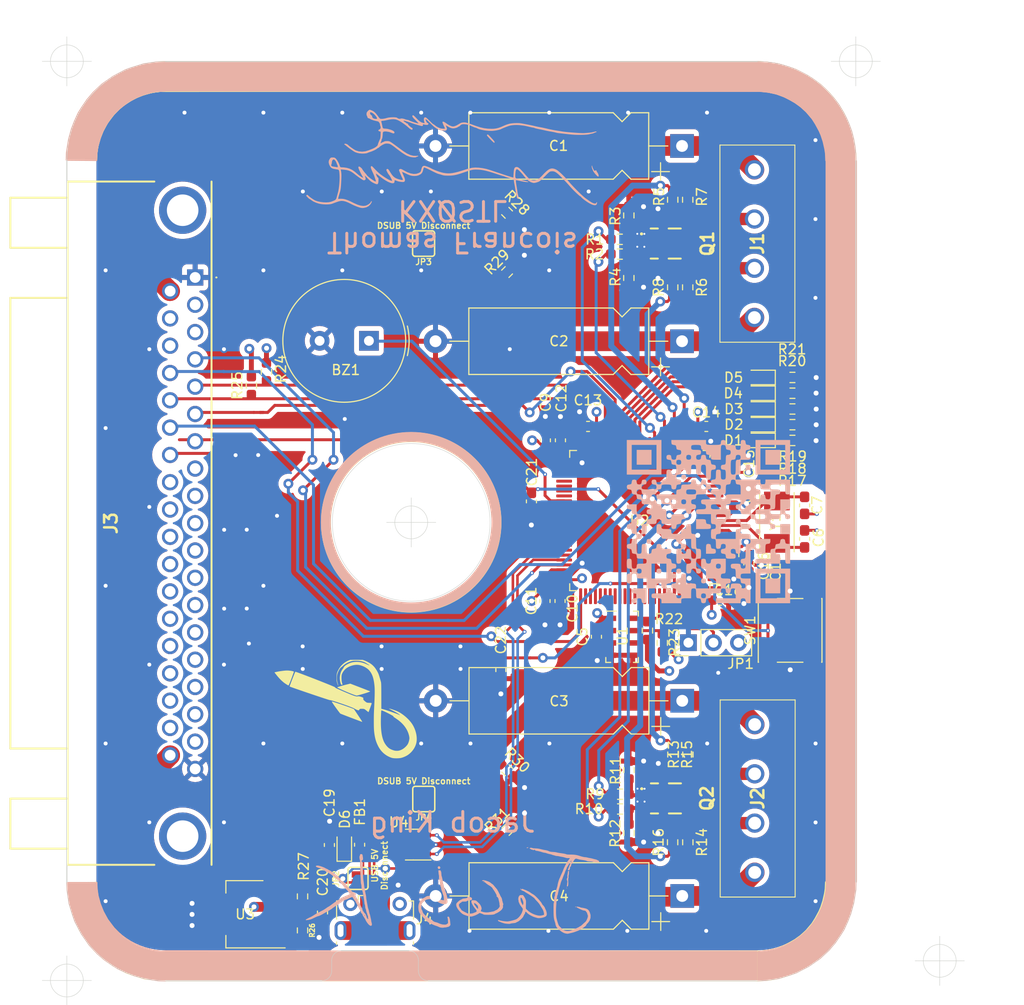
<source format=kicad_pcb>
(kicad_pcb (version 20211014) (generator pcbnew)
  (layers (0 "F.Cu" signal) (1 "In1.Cu" power "Ground") (2 "In2.Cu" power "3.3V") (31 "B.Cu" signal) (34 "B.Paste" user) (35 "F.Paste" user) (36 "B.SilkS" user "B.Silkscreen") (37 "F.SilkS" user "F.Silkscreen") (38 "B.Mask" user) (39 "F.Mask" user) (44 "Edge.Cuts" user))
  (net 0 "")
  (net 1 "GND")
  (net 2 "+3V3")
  (net 3 "/Fire_D")
  (net 4 "/Fire_C")
  (net 5 "/Fire_B")
  (net 6 "/Fire_A")
  (net 7 "/Sense_D")
  (net 8 "/Sense_C")
  (net 9 "/Sense_B")
  (net 10 "/Sense_A")
  (net 11 "+5V")
  (net 12 "Net-(C6-Pad1)")
  (net 13 "Net-(C7-Pad1)")
  (net 14 "/37 Pin DSUB/NRST")
  (net 15 "Net-(D1-Pad1)")
  (net 16 "Net-(D2-Pad1)")
  (net 17 "Net-(D3-Pad1)")
  (net 18 "Net-(D4-Pad1)")
  (net 19 "Net-(D5-Pad1)")
  (net 20 "/MCU L562VET6Q/Buzzer")
  (net 21 "/Igniter A")
  (net 22 "/Igniter B")
  (net 23 "/Igniter C")
  (net 24 "/Igniter D")
  (net 25 "/37 Pin DSUB/t_miso")
  (net 26 "/37 Pin DSUB/SWDIO")
  (net 27 "/37 Pin DSUB/Alert_scl")
  (net 28 "/37 Pin DSUB/Alert_Active")
  (net 29 "/37 Pin DSUB/Fire")
  (net 30 "/37 Pin DSUB/t_mosi")
  (net 31 "/37 Pin DSUB/t_clk")
  (net 32 "/37 Pin DSUB/SWCLK")
  (net 33 "/37 Pin DSUB/Alert_sda")
  (net 34 "/37 Pin DSUB/Fire_redundant")
  (net 35 "Net-(JP1-Pad2)")
  (net 36 "/Barometer_MS5607/SCLK")
  (net 37 "/Barometer_MS5607/SDO")
  (net 38 "/Barometer_MS5607/SDI_SDA")
  (net 74 "/MCU L562VET6Q/USB_D-")
  (net 75 "/MCU L562VET6Q/USB_D+")
  (net 77 "/MCU L562VET6Q/SPI3_SCK")
  (net 78 "/MCU L562VET6Q/SPI3_MISO")
  (net 79 "/MCU L562VET6Q/SPI3_MOSI")
  (net 112 "Net-(Q2-Pad4)")
  (net 113 "Net-(Q2-Pad2)")
  (net 114 "Net-(Q1-Pad4)")
  (net 115 "Net-(Q1-Pad2)")
  (net 121 "/MCU L562VET6Q/I2C1_EN")
  (net 122 "Net-(C20-Pad1)")
  (net 123 "Net-(D6-Pad2)")
  (net 124 "Net-(FB1-Pad2)")
  (net 125 "/USB Connector and ESD/USB_CONN_D-")
  (net 126 "/USB Connector and ESD/USB_CONN_D+")
  (net 128 "Net-(R26-Pad1)")
  (net 129 "/37 Pin DSUB/DSUB-5V")
  (net 130 "Net-(C19-Pad1)")
  (net 131 "/USB Connector and ESD/USB_5V")
  (net 132 "Net-(D1-Pad2)")
  (net 133 "Net-(D2-Pad2)")
  (net 134 "Net-(D3-Pad2)")
  (net 135 "Net-(D4-Pad2)")
  (net 136 "Net-(D5-Pad2)")
  (footprint "Capacitor_THT:CP_Axial_L18.0mm_D6.5mm_P25.00mm_Horizontal" (layer "F.Cu") (at 142.37 60.31 180)
    (fp_text reference "C1")
    (fp_text value "1500uF")
  )
  (footprint "Capacitor_THT:CP_Axial_L18.0mm_D6.5mm_P25.00mm_Horizontal" (layer "F.Cu") (at 142.37 80.12 180)
    (fp_text reference "C2")
    (fp_text value "1500uF")
  )
  (footprint "Capacitor_THT:CP_Axial_L18.0mm_D6.5mm_P25.00mm_Horizontal" (layer "F.Cu") (at 142.39 116.599 180)
    (fp_text reference "C3")
    (fp_text value "1500uF")
  )
  (footprint "Capacitor_THT:CP_Axial_L18.0mm_D6.5mm_P25.00mm_Horizontal" (layer "F.Cu") (at 142.39 136.3975 180)
    (fp_text reference "C4")
    (fp_text value "1500uF")
  )
  (footprint "RDT_Custom_Footprints:TB00250004BE" (layer "F.Cu") (at 149.71 62.72 -90)
    (fp_text reference "J1")
    (fp_text value "Terminal Block" hide)
  )
  (footprint "RDT_Custom_Footprints:TB00250004BE" (layer "F.Cu") (at 149.74 119.009 -90)
    (fp_text reference "J2")
    (fp_text value "Terminal Block" hide)
  )
  (footprint "SamacSys_Parts:SI7232DNT1GE3" (layer "F.Cu") (at 140.71401 70.21 -90)
    (fp_text reference "Q1")
    (fp_text value "SI7232DN-T1-GE3" hide)
  )
  (footprint "SamacSys_Parts:SI7232DNT1GE3" (layer "F.Cu") (at 140.735 126.5015 -90)
    (fp_text reference "Q2")
    (fp_text value "SI7232DN-T1-GE3" hide)
  )
  (footprint "RDT_Custom_Footprints:L717SDC37P1ACH4F" (layer "F.Cu") (at 93 73.65 -90)
    (fp_text reference "J3")
    (fp_text value "DB37_Male_MountingHoles" hide)
  )
  (footprint "Resistor_SMD:R_0603_1608Metric_Pad0.98x0.95mm_HandSolder" (layer "F.Cu") (at 136.0825 126.075)
    (fp_text reference "R9")
    (fp_text value "1k")
  )
  (footprint "Resistor_SMD:R_0603_1608Metric_Pad0.98x0.95mm_HandSolder" (layer "F.Cu") (at 136.06401 69.78)
    (fp_text reference "R1")
    (fp_text value "1k")
  )
  (footprint "Resistor_SMD:R_0603_1608Metric_Pad0.98x0.95mm_HandSolder" (layer "F.Cu") (at 153.565 83.795 180)
    (fp_text reference "R21")
    (fp_text value "820")
  )
  (footprint "Resistor_SMD:R_0603_1608Metric_Pad0.98x0.95mm_HandSolder" (layer "F.Cu") (at 142.965 122.049 90)
    (fp_text reference "R13")
    (fp_text value "100k")
  )
  (footprint "Diode_SMD:D_0603_1608Metric_Pad1.05x0.95mm_HandSolder" (layer "F.Cu") (at 108.1225 131.215 90)
    (fp_text reference "D6")
    (fp_text value "D_Schottky_Small")
  )
  (footprint "Capacitor_SMD:C_0603_1608Metric_Pad1.08x0.95mm_HandSolder" (layer "F.Cu") (at 147.62 101.8325 -90)
    (fp_text reference "C16")
    (fp_text value "100nF")
  )
  (footprint "Resistor_SMD:R_0603_1608Metric_Pad0.98x0.95mm_HandSolder" (layer "F.Cu") (at 142.955 130.954 -90)
    (fp_text reference "R14")
    (fp_text value "100k")
  )
  (footprint "Resistor_SMD:R_0603_1608Metric_Pad0.98x0.95mm_HandSolder" (layer "F.Cu") (at 136.995 130.014 -90)
    (fp_text reference "R12")
    (fp_text value "10k")
  )
  (footprint "Jumpers:SMT-JUMPER_2_NO_SILK" (layer "F.Cu") (at 116.18 126.565 180)
    (fp_text reference "JP4")
    (fp_text value "DSUB 5V Disconnect")
  )
  (footprint "LED_SMD:LED_0603_1608Metric_Pad1.05x0.95mm_HandSolder" (layer "F.Cu") (at 150.167501 86.995 180)
    (fp_text reference "D3")
    (fp_text value "Red")
  )
  (footprint "Resistor_SMD:R_0603_1608Metric_Pad0.98x0.95mm_HandSolder" (layer "F.Cu") (at 153.565 88.585 180)
    (fp_text reference "R18")
    (fp_text value "820")
  )
  (footprint "Capacitor_SMD:C_0603_1608Metric_Pad1.08x0.95mm_HandSolder" (layer "F.Cu") (at 130 106.4775 -90)
    (fp_text reference "C10")
    (fp_text value "100nF")
  )
  (footprint "Capacitor_SMD:C_0603_1608Metric_Pad1.08x0.95mm_HandSolder" (layer "F.Cu") (at 133.69 110.104111 90)
    (fp_text reference "C5")
    (fp_text value "100nF")
  )
  (footprint "Capacitor_SMD:C_0603_1608Metric_Pad1.08x0.95mm_HandSolder" (layer "F.Cu") (at 128.51 90.1725 90)
    (fp_text reference "C9")
    (fp_text value "1uF")
  )
  (footprint "Package_QFP:LQFP-100_14x14mm_P0.5mm" (layer "F.Cu") (at 138.088222 98.31478 180)
    (fp_text reference "U2")
    (fp_text value "STM32L562VET6Q")
  )
  (footprint "Capacitor_SMD:C_0603_1608Metric_Pad1.08x0.95mm_HandSolder" (layer "F.Cu") (at 144.8325 88.76478)
    (fp_text reference "C14")
    (fp_text value "100nF")
  )
  (footprint "LED_SMD:LED_0603_1608Metric_Pad1.05x0.95mm_HandSolder" (layer "F.Cu") (at 150.167501 85.395 180)
    (fp_text reference "D4")
    (fp_text value "Grn")
  )
  (footprint "Resistor_SMD:R_0603_1608Metric_Pad0.98x0.95mm_HandSolder" (layer "F.Cu") (at 141.445 122.049 -90)
    (fp_text reference "R15")
    (fp_text value "27k")
  )
  (footprint "Jumpers:SMT-JUMPER_2_NO_SILK" (layer "F.Cu") (at 109.5125 134.620001 90)
    (fp_text reference "JP2")
    (fp_text value "USB 5V Disconnect" hide)
  )
  (footprint "Buzzer_Beeper:Buzzer_TDK_PS1240P02BT_D12.2mm_H6.5mm" (layer "F.Cu") (at 110.62 80.08 180)
    (fp_text reference "BZ1")
    (fp_text value "TP124005-2")
  )
  (footprint "Resistor_SMD:R_0603_1608Metric_Pad0.98x0.95mm_HandSolder" (layer "F.Cu") (at 124.645235 123.645235 -45)
    (fp_text reference "R30")
    (fp_text value "10k")
  )
  (footprint "LED_SMD:LED_0603_1608Metric_Pad1.05x0.95mm_HandSolder" (layer "F.Cu") (at 150.167501 83.795 180)
    (fp_text reference "D5")
    (fp_text value "Red")
  )
  (footprint "Resistor_SMD:R_0603_1608Metric_Pad0.98x0.95mm_HandSolder" (layer "F.Cu") (at 136.06401 71.28)
    (fp_text reference "R2")
    (fp_text value "1k")
  )
  (footprint "Resistor_SMD:R_0603_1608Metric_Pad0.98x0.95mm_HandSolder" (layer "F.Cu") (at 138.86 109.4775 -90)
    (fp_text reference "R22")
    (fp_text value "4.7k")
  )
  (footprint "Capacitor_SMD:C_0603_1608Metric_Pad1.08x0.95mm_HandSolder" (layer "F.Cu") (at 149.15 102.675 -90)
    (fp_text reference "C17")
    (fp_text value "100nF")
  )
  (footprint "Resistor_SMD:R_0603_1608Metric_Pad0.98x0.95mm_HandSolder" (layer "F.Cu") (at 98.7 84.6225 90)
    (fp_text reference "R25")
    (fp_text value "4.7k")
  )
  (footprint "Capacitor_SMD:C_0603_1608Metric_Pad1.08x0.95mm_HandSolder" (layer "F.Cu") (at 127.1 96.3675 90)
    (fp_text reference "C21")
    (fp_text value "100nF")
  )
  (footprint "Resistor_SMD:R_0603_1608Metric_Pad0.98x0.95mm_HandSolder" (layer "F.Cu") (at 103.8875 136.442501 -90)
    (fp_text reference "R27")
    (fp_text value "240")
  )
  (footprint "Resistor_SMD:R_0603_1608Metric_Pad0.98x0.95mm_HandSolder" (layer "F.Cu") (at 153.564999 90.185 180)
    (fp_text reference "R17")
    (fp_text value "820")
  )
  (footprint "Package_TO_SOT_SMD:SOT-223-5" (layer "F.Cu") (at 98.0875 138.255001 180)
    (fp_text reference "U3")
    (fp_text value "LP38692MPX-ADJ")
  )
  (footprint "Capacitor_SMD:C_0603_1608Metric_Pad1.08x0.95mm_HandSolder" (layer "F.Cu") (at 109.6725 131.202502 -90)
    (fp_text reference "FB1")
    (fp_text value "Ferrite_Bead_Small")
  )
  (footprint "Connector_PinHeader_2.54mm:PinHeader_1x03_P2.54mm_Vertical" (layer "F.Cu") (at 143.015 110.705 90)
    (fp_text reference "JP1")
    (fp_text value "Debug Jumper")
  )
  (footprint "Resistor_SMD:R_0603_1608Metric_Pad0.98x0.95mm_HandSolder" (layer "F.Cu") (at 124.626745 67.092735 -45)
    (fp_text reference "R28")
    (fp_text value "10k")
  )
  (footprint "Resistor_SMD:R_0603_1608Metric_Pad0.98x0.95mm_HandSolder" (layer "F.Cu") (at 153.565 86.995 180)
    (fp_text reference "R19")
    (fp_text value "820")
  )
  (footprint "Resistor_SMD:R_0603_1608Metric_Pad0.98x0.95mm_HandSolder" (layer "F.Cu") (at 141.42401 65.7675 -90)
    (fp_text reference "R7")
    (fp_text value "27k")
  )
  (footprint "Resistor_SMD:R_0603_1608Metric_Pad0.98x0.95mm_HandSolder" (layer "F.Cu") (at 140.365 110.7225 -90)
    (fp_text reference "R23")
    (fp_text value "4.7k")
  )
  (footprint "Resistor_SMD:R_0603_1608Metric_Pad0.98x0.95mm_HandSolder" (layer "F.Cu") (at 141.42401 74.6525 90)
    (fp_text reference "R8")
    (fp_text value "27k")
  )
  (footprint "Resistor_SMD:R_0603_1608Metric_Pad0.98x0.95mm_HandSolder" (layer "F.Cu") (at 136.97401 73.7025 -90)
    (fp_text reference "R4")
    (fp_text value "10k")
  )
  (footprint "Resistor_SMD:R_0603_1608Metric_Pad0.98x0.95mm_HandSolder" (layer "F.Cu") (at 136.0825 127.575)
    (fp_text reference "R10")
    (fp_text value "1k")
  )
  (footprint "RDT_Custom_Footprints:XTAL_ABM7-32.000MHZ-D2Y-T" (layer "F.Cu") (at 151.987161 98.479093 90)
    (fp_text reference "Y1")
    (fp_text value "32MHz")
  )
  (footprint "Capacitor_SMD:C_0603_1608Metric_Pad1.08x0.95mm_HandSolder" (layer "F.Cu") (at 154.79791 100.174093 90)
    (fp_text reference "C6")
    (fp_text value "30pF")
  )
  (footprint "Package_TO_SOT_SMD:SOT-23-6" (layer "F.Cu") (at 115.12 131.19 180)
    (fp_text reference "U4")
    (fp_text value "USBLC6-2SC6")
  )
  (footprint "Button_Switch_SMD:SW_SPST_PTS645" (layer "F.Cu") (at 153.33 109.455 90)
    (fp_text reference "SW1")
    (fp_text value "MCU Reset")
  )
  (footprint "Capacitor_SMD:C_0603_1608Metric_Pad1.08x0.95mm_HandSolder" (layer "F.Cu") (at 146.23 106.385)
    (fp_text reference "C18")
    (fp_text value "100nF")
  )
  (footprint "Package_LGA:LGA-8_3x5mm_P1.25mm" (layer "F.Cu") (at 136.29 110.104111)
    (fp_text reference "U1")
    (fp_text value "MS5607-02BA")
  )
  (footprint "Capacitor_SMD:C_0603_1608Metric_Pad1.08x0.95mm_HandSolder" (layer "F.Cu") (at 147.62 92.5625 90)
    (fp_text reference "C15")
    (fp_text value "100nF")
  )
  (footprint "Resistor_SMD:R_0603_1608Metric_Pad0.98x0.95mm_HandSolder" (layer "F.Cu") (at 103.8875 139.892501 -90)
    (fp_text reference "R26")
    (fp_text value "390")
  )
  (footprint "Capacitor_SMD:C_0603_1608Metric_Pad1.08x0.95mm_HandSolder" (layer "F.Cu") (at 132.838222 88.76478 180)
    (fp_text reference "C13")
    (fp_text value "100nF")
  )
  (footprint "Capacitor_SMD:C_0603_1608Metric_Pad1.08x0.95mm_HandSolder" (layer "F.Cu") (at 124 113.49 90)
    (fp_text reference "C22")
    (fp_text value "100nF")
  )
  (footprint "Graphics:RDT_Rocket" (layer "F.Cu") (at 108.25 117.45 90)
    (fp_text reference "G***" hide)
    (fp_text value "LOGO" hide)
  )
  (footprint "Jumpers:SMT-JUMPER_2_NO_SILK" (layer "F.Cu") (at 116.16151 70.2125 180)
    (fp_text reference "JP3")
    (fp_text value "DSUB 5V Disconnect")
  )
  (footprint "Capacitor_SMD:C_0603_1608Metric_Pad1.08x0.95mm_HandSolder" (layer "F.Cu") (at 105.9125 138.080001 -90)
    (fp_text reference "C20")
    (fp_text value "1uF")
  )
  (footprint "Resistor_SMD:R_0603_1608Metric_Pad0.98x0.95mm_HandSolder" (layer "F.Cu") (at 142.94401 74.65 -90)
    (fp_text reference "R6")
    (fp_text value "100k")
  )
  (footprint "Resistor_SMD:R_0603_1608Metric_Pad0.98x0.95mm_HandSolder" (layer "F.Cu") (at 153.565 85.395 180)
    (fp_text reference "R20")
    (fp_text value "820")
  )
  (footprint "Connector_USB:USB_Micro-B_Molex-105017-0001" (layer "F.Cu") (at 111.24 138.67)
    (fp_text reference "J4")
    (fp_text value "10118192-0001LF")
  )
  (footprint "Resistor_SMD:R_0603_1608Metric_Pad0.98x0.95mm_HandSolder" (layer "F.Cu") (at 136.97401 67.3575 90)
    (fp_text reference "R3")
    (fp_text value "10k")
  )
  (footprint "Resistor_SMD:R_0603_1608Metric_Pad0.98x0.95mm_HandSolder" (layer "F.Cu") (at 124.645235 129.704765 45)
    (fp_text reference "R31")
    (fp_text value "10k")
  )
  (footprint "Resistor_SMD:R_0603_1608Metric_Pad0.98x0.95mm_HandSolder" (layer "F.Cu") (at 142.94401 65.7675 90)
    (fp_text reference "R5")
    (fp_text value "100k")
  )
  (footprint "Capacitor_SMD:C_0603_1608Metric_Pad1.08x0.95mm_HandSolder" (layer "F.Cu") (at 128.475 106.477501 -90)
    (fp_text reference "C11")
    (fp_text value "100nF")
  )
  (footprint "LED_SMD:LED_0603_1608Metric_Pad1.05x0.95mm_HandSolder" (layer "F.Cu") (at 150.167501 88.585 180)
    (fp_text reference "D2")
    (fp_text value "Grn")
  )
  (footprint "LED_SMD:LED_0603_1608Metric_Pad1.05x0.95mm_HandSolder" (layer "F.Cu") (at 150.167498 90.185 180)
    (fp_text reference "D1")
    (fp_text value "Red")
  )
  (footprint "Capacitor_SMD:C_0603_1608Metric_Pad1.08x0.95mm_HandSolder" (layer "F.Cu") (at 130.04 90.172499 90)
    (fp_text reference "C12")
    (fp_text value "100nF")
  )
  (footprint "Capacitor_SMD:C_0603_1608Metric_Pad1.08x0.95mm_HandSolder" (layer "F.Cu") (at 147.62 95.942499 90)
    (fp_text reference "C8")
    (fp_text value "100nF")
  )
  (footprint "Resistor_SMD:R_0603_1608Metric_Pad0.98x0.95mm_HandSolder" (layer "F.Cu") (at 100.23 83.2325 90)
    (fp_text reference "R24")
    (fp_text value "4.7k")
  )
  (footprint "Resistor_SMD:R_0603_1608Metric_Pad0.98x0.95mm_HandSolder" (layer "F.Cu") (at 136.995 123.629 90)
    (fp_text reference "R11")
    (fp_text value "10k")
  )
  (footprint "Resistor_SMD:R_0603_1608Metric_Pad0.98x0.95mm_HandSolder" (layer "F.Cu") (at 141.415 130.9515 90)
    (fp_text reference "R16")
    (fp_text value "27k")
  )
  (footprint "Resistor_SMD:R_0603_1608Metric_Pad0.98x0.95mm_HandSolder" (layer "F.Cu") (at 124.626745 73.102265 45)
    (fp_text reference "R29")
    (fp_text value "10k")
  )
  (footprint "Capacitor_SMD:C_0603_1608Metric_Pad1.08x0.95mm_HandSolder" (layer "F.Cu") (at 154.79791 96.77257 -90)
    (fp_text reference "C7")
    (fp_text value "30pF")
  )
  (footprint "Capacitor_SMD:C_0603_1608Metric_Pad1.08x0.95mm_HandSolder" (layer "F.Cu") (at 106.6125 131.2275 90)
    (fp_text reference "C19")
    (fp_text value "0.1uF")
  )
  (footprint "Custom_Graphics:ThomasFSignature" (layer "B.Cu") (at 119.224499 61.669271)
    (fp_text reference "G***" hide)
    (fp_text value "LOGO" hide)
  )
  (footprint "Graphics:JacobKSignature" (layer "B.Cu") (at 119.041407 135.789271 180)
    (fp_text reference "G***" hide)
    (fp_text value "LOGO" hide)
  )
  (footprint "Graphics:Pyro_Charges_QR" (layer "B.Cu") (at 145 98.47 180)
    (fp_text reference "G***" hide)
    (fp_text value "LOGO" hide)
  )
  (gr_poly (pts (xy 150.015355 51.756213) (xy 89.990355 51.761213) (xy 90.015355 54.726213) (xy 150.124642 54.766214)) (layer "B.SilkS") (width 0.1) (fill solid))
  (gr_poly (pts (xy 149.948456 142.01632) (xy 89.703455 141.97632) (xy 89.918395 144.99132) (xy 149.948455 144.99132)) (layer "B.SilkS") (width 0.1) (fill solid))
  (gr_poly (pts (xy 80.062255 135.056106) (xy 80.102255 135.866106) (xy 80.292256 137.146106) (xy 80.682256 138.406106) (xy 80.892255 138.996107) (xy 81.552255 140.246107) (xy 82.332255 141.366106) (xy 83.172255 142.266106) (xy 83.912255 142.896107) (xy 84.702257 143.436106) (xy 85.262255 143.786107) (xy 86.092255 144.166107) (xy 86.892255 144.476106) (xy 87.942256 144.766105) (xy 88.542255 144.866106) (xy 89.312256 144.986106) (xy 90.052194 145.006106) (xy 90.082255 142.006106) (xy 89.92297 142.006105) (xy 89.442257 141.986106) (xy 88.672255 141.886107) (xy 87.702255 141.606106) (xy 87.082255 141.356107) (xy 86.482255 141.036106) (xy 85.782255 140.576106) (xy 85.342255 140.206106) (xy 84.762255 139.616106) (xy 84.132256 138.776106) (xy 83.692255 137.966107) (xy 83.382255 137.186106) (xy 83.162255 136.386106) (xy 83.072255 135.786106) (xy 83.032255 135.031106) (xy 80.057255 135.031107) (xy 80.057255 135.056107)) (layer "B.SilkS") (width 0.1) (fill solid))
  (gr_circle (center 114.9 98.475) (end 123.55 98.475) (layer "B.SilkS") (width 1) (fill none))
  (gr_poly (pts (xy 160.057255 61.831106) (xy 157.057255 61.821106) (xy 157.057255 134.981106) (xy 160.057255 134.981106)) (layer "B.SilkS") (width 0.1) (fill solid))
  (gr_poly (pts (xy 89.655355 51.761213) (xy 89.063455 51.78632) (xy 87.783455 51.97632) (xy 86.523455 52.36632) (xy 85.933456 52.57632) (xy 84.683456 53.23632) (xy 83.563455 54.01632) (xy 82.663456 54.85632) (xy 82.033456 55.59632) (xy 81.493456 56.38632) (xy 81.143455 56.946321) (xy 80.763455 57.77632) (xy 80.453456 58.57632) (xy 80.163456 59.626321) (xy 80.063455 60.22632) (xy 79.943456 60.99632) (xy 79.923455 61.736259) (xy 82.923456 61.766321) (xy 82.923457 61.607034) (xy 82.943456 61.126321) (xy 83.043455 60.35632) (xy 83.323456 59.38632) (xy 83.573456 58.76632) (xy 83.893455 58.16632) (xy 84.353456 57.46632) (xy 84.723455 57.026321) (xy 85.313455 56.44632) (xy 86.153455 55.81632) (xy 86.963456 55.37632) (xy 87.743455 55.06632) (xy 88.543455 54.84632) (xy 89.143455 54.756319) (xy 90.015355 54.726213) (xy 89.990355 51.761213) (xy 89.855355 51.761214)) (layer "B.SilkS") (width 0.1) (fill solid))
  (gr_poly (pts (xy 159.923455 61.72632) (xy 159.893456 61.06632) (xy 159.823455 60.36632) (xy 159.683455 59.58632) (xy 159.493455 58.82632) (xy 159.223455 58.076321) (xy 158.933455 57.41632) (xy 158.603456 56.79632) (xy 158.173456 56.07632) (xy 157.673455 55.42632) (xy 157.293456 54.99632) (xy 156.803455 54.48632) (xy 156.403456 54.11632) (xy 155.963456 53.776321) (xy 155.513455 53.44632) (xy 154.843456 53.03632) (xy 154.283455 52.74632) (xy 153.783455 52.50632) (xy 153.143455 52.27632) (xy 152.423456 52.05632) (xy 151.923455 51.936321) (xy 151.543455 51.87632) (xy 151.113455 51.81632) (xy 150.593455 51.776321) (xy 150.033455 51.74632) (xy 149.903455 51.74632) (xy 150.013455 54.736321) (xy 150.043456 54.73632) (xy 151.023456 54.83632) (xy 151.883455 55.01632) (xy 152.693456 55.31632) (xy 153.243456 55.59632) (xy 153.823455 55.926321) (xy 154.393455 56.33632) (xy 154.963456 56.85632) (xy 155.563455 57.56632) (xy 155.893456 58.08632) (xy 156.283455 58.806321) (xy 156.463456 59.22632) (xy 156.673455 59.86632) (xy 156.843456 60.61632) (xy 156.913455 61.076321) (xy 156.943456 61.79632) (xy 159.923455 61.79632)) (layer "B.SilkS") (width 0.1) (fill solid))
  (gr_poly (pts (xy 160.015356 61.751214) (xy 159.985355 61.091212) (xy 159.915355 60.391213) (xy 159.775355 59.611213) (xy 159.585355 58.851213) (xy 159.315355 58.101214) (xy 159.025357 57.441213) (xy 158.695356 56.821213) (xy 158.265355 56.101213) (xy 157.765356 55.451214) (xy 157.385355 55.021213) (xy 156.895355 54.511213) (xy 156.495355 54.141213) (xy 156.055355 53.801214) (xy 155.605355 53.471213) (xy 154.935356 53.061213) (xy 154.375355 52.771213) (xy 153.875355 52.531213) (xy 153.235354 52.301213) (xy 152.515355 52.081213) (xy 152.015356 51.961213) (xy 151.635355 51.901214) (xy 151.205356 51.841213) (xy 150.685356 51.801213) (xy 150.125355 51.771213) (xy 149.995356 51.771213) (xy 150.105356 54.761213) (xy 150.135356 54.761213) (xy 151.115355 54.861213) (xy 151.975355 55.041213) (xy 152.785356 55.341213) (xy 153.335356 55.621213) (xy 153.915355 55.951214) (xy 154.485354 56.361213) (xy 155.055355 56.881213) (xy 155.655355 57.591213) (xy 155.985356 58.111213) (xy 156.375355 58.831214) (xy 156.555356 59.251213) (xy 156.765355 59.891213) (xy 156.935355 60.641213) (xy 157.005355 61.101214) (xy 157.035355 61.821213) (xy 160.015356 61.821213)) (layer "B.SilkS") (width 0.1) (fill solid))
  (gr_poly (pts (xy 150.065356 145.011214) (xy 150.875355 144.971213) (xy 152.155355 144.781213) (xy 153.415355 144.391213) (xy 154.005356 144.181213) (xy 155.255356 143.521213) (xy 156.375355 142.741214) (xy 157.275355 141.901213) (xy 157.905356 141.161213) (xy 158.445356 140.371213) (xy 158.795356 139.811213) (xy 159.175355 138.981213) (xy 159.485355 138.181214) (xy 159.775356 137.131213) (xy 159.875356 136.531214) (xy 159.995355 135.761213) (xy 160.015356 135.021275) (xy 157.015355 134.991214) (xy 157.015354 135.150499) (xy 156.995356 135.631213) (xy 156.895355 136.401213) (xy 156.615355 137.371213) (xy 156.365356 137.991213) (xy 156.045355 138.591214) (xy 155.585355 139.291213) (xy 155.215355 139.731213) (xy 154.625355 140.311213) (xy 153.785355 140.941213) (xy 152.975356 141.381213) (xy 152.195355 141.691214) (xy 151.395356 141.911214) (xy 150.795356 142.001213) (xy 150.040355 142.041213) (xy 150.040355 145.016214) (xy 150.065356 145.016213)) (layer "B.SilkS") (width 0.1) (fill solid))
  (gr_poly (pts (xy 150.015355 51.761214) (xy 89.990355 51.766213) (xy 90.015355 54.731213) (xy 150.124642 54.771213)) (layer "B.SilkS") (width 0.1) (fill solid))
  (gr_arc (start 157.015355 135.011213) (mid 155.05266 139.871826) (end 150.265196 142.006755) (layer "B.SilkS") (width 0.12))
  (gr_poly (pts (xy 79.978456 135.07132) (xy 80.018455 135.88132) (xy 80.208455 137.16132) (xy 80.598455 138.421322) (xy 80.808456 139.01132) (xy 81.468456 140.26132) (xy 82.248455 141.381321) (xy 83.088455 142.28132) (xy 83.828456 142.91132) (xy 84.618455 143.451321) (xy 85.178456 143.80132) (xy 86.008455 144.18132) (xy 86.808455 144.49132) (xy 87.858455 144.781319) (xy 88.458456 144.88132) (xy 89.228455 145.00132) (xy 89.968394 145.02132) (xy 89.998456 142.02132) (xy 89.839169 142.021319) (xy 89.358456 142.00132) (xy 88.588455 141.90132) (xy 87.618455 141.62132) (xy 86.998456 141.37132) (xy 86.398455 141.05132) (xy 85.698455 140.59132) (xy 85.258456 140.22132) (xy 84.678455 139.63132) (xy 84.048455 138.79132) (xy 83.608456 137.98132) (xy 83.298456 137.20132) (xy 83.078456 136.40132) (xy 82.988454 135.80132) (xy 82.948456 135.04632) (xy 79.973455 135.04632) (xy 79.973456 135.071321)) (layer "B.SilkS") (width 0.1) (fill solid))
  (gr_poly (pts (xy 89.965355 51.771213) (xy 89.155355 51.811214) (xy 87.875355 52.001213) (xy 86.615355 52.391213) (xy 86.025356 52.601213) (xy 84.775356 53.261213) (xy 83.655355 54.041213) (xy 82.755355 54.881213) (xy 82.125355 55.621213) (xy 81.585355 56.411213) (xy 81.235356 56.971213) (xy 80.855355 57.801214) (xy 80.545355 58.601213) (xy 80.255356 59.651214) (xy 80.155355 60.251213) (xy 80.035355 61.021213) (xy 80.015356 61.761152) (xy 83.015355 61.791213) (xy 83.015357 61.631927) (xy 83.035356 61.151214) (xy 83.135355 60.381213) (xy 83.415356 59.411213) (xy 83.665356 58.791213) (xy 83.985355 58.191213) (xy 84.445356 57.491213) (xy 84.815356 57.051214) (xy 85.405355 56.471213) (xy 86.245355 55.841213) (xy 87.055356 55.401213) (xy 87.835355 55.091213) (xy 88.635355 54.871213) (xy 89.235356 54.781213) (xy 89.990356 54.741213) (xy 89.990355 51.766213) (xy 89.965355 51.766213)) (layer "B.SilkS") (width 0.1) (fill solid))
  (gr_poly (pts (xy 159.973456 61.84632) (xy 156.973455 61.836321) (xy 156.973455 134.99632) (xy 159.973456 134.99632)) (layer "B.SilkS") (width 0.1) (fill solid))
  (gr_arc (start 89.235894 142.013545) (mid 84.73406 139.718001) (end 82.8981 135.01) (layer "F.SilkS") (width 0.12))
  (gr_poly (pts (xy 160.0319 134.930107) (xy 157.0319 134.940107) (xy 157.0319 61.780107) (xy 160.0319 61.780107)) (layer "F.SilkS") (width 0.1) (fill solid))
  (gr_poly (pts (xy 149.9231 54.744893) (xy 89.6781 54.784893) (xy 89.893039 51.769893) (xy 149.9231 51.769893)) (layer "F.SilkS") (width 0.1) (fill solid))
  (gr_poly (pts (xy 159.8981 135.034893) (xy 159.8681 135.694893) (xy 159.7981 136.394893) (xy 159.6581 137.174893) (xy 159.4681 137.934893) (xy 159.1981 138.684893) (xy 158.9081 139.344893) (xy 158.5781 139.964893) (xy 158.1481 140.684893) (xy 157.6481 141.334893) (xy 157.2681 141.764893) (xy 156.7781 142.274893) (xy 156.3781 142.644893) (xy 155.9381 142.984893) (xy 155.4881 143.314893) (xy 154.8181 143.724893) (xy 154.2581 144.014893) (xy 153.7581 144.254893) (xy 153.1181 144.484893) (xy 152.3981 144.704893) (xy 151.8981 144.824893) (xy 151.5181 144.884893) (xy 151.0881 144.944893) (xy 150.5681 144.984893) (xy 150.0081 145.014893) (xy 149.8781 145.014893) (xy 149.9881 142.024893) (xy 150.0181 142.024893) (xy 150.9981 141.924893) (xy 151.8581 141.744893) (xy 152.6681 141.444893) (xy 153.2181 141.164893) (xy 153.7981 140.834893) (xy 154.3681 140.424893) (xy 154.9381 139.904893) (xy 155.5381 139.194893) (xy 155.8681 138.674893) (xy 156.2581 137.954893) (xy 156.4381 137.534893) (xy 156.6481 136.894893) (xy 156.8181 136.144893) (xy 156.8881 135.684893) (xy 156.9181 134.964893) (xy 159.8981 134.964893)) (layer "F.SilkS") (width 0.1) (fill solid))
  (gr_arc (start 82.99 61.75) (mid 85.040253 56.800253) (end 89.99 54.75) (layer "F.SilkS") (width 0.12))
  (gr_poly (pts (xy 149.99 145.005) (xy 89.965 145) (xy 89.99 142.035) (xy 150.099286 141.995)) (layer "F.SilkS") (width 0.1) (fill solid))
  (gr_poly (pts (xy 150.04 51.755) (xy 150.85 51.795) (xy 152.13 51.985) (xy 153.39 52.375) (xy 153.98 52.585) (xy 155.23 53.245) (xy 156.35 54.025) (xy 157.25 54.865) (xy 157.88 55.605) (xy 158.42 56.395) (xy 158.77 56.955) (xy 159.15 57.785) (xy 159.46 58.585) (xy 159.75 59.635) (xy 159.85 60.235) (xy 159.97 61.005) (xy 159.99 61.744939) (xy 156.99 61.775) (xy 156.989999 61.615714) (xy 156.97 61.135) (xy 156.87 60.365) (xy 156.59 59.395) (xy 156.34 58.775) (xy 156.02 58.175) (xy 155.56 57.475) (xy 155.19 57.035) (xy 154.6 56.455) (xy 153.76 55.825) (xy 152.95 55.385) (xy 152.17 55.075) (xy 151.37 54.855) (xy 150.77 54.765) (xy 150.015 54.725) (xy 150.015 51.75) (xy 150.04 51.75)) (layer "F.SilkS") (width 0.1) (fill solid))
  (gr_arc (start 82.99 61.75) (mid 85.040253 56.800253) (end 89.99 54.75) (layer "F.SilkS") (width 0.12))
  (gr_poly (pts (xy 150.04 51.755) (xy 150.85 51.795) (xy 152.13 51.985) (xy 153.39 52.375) (xy 153.98 52.585) (xy 155.23 53.245) (xy 156.35 54.025) (xy 157.25 54.865) (xy 157.88 55.605) (xy 158.42 56.395) (xy 158.77 56.955) (xy 159.15 57.785) (xy 159.46 58.585) (xy 159.75 59.635) (xy 159.85 60.235) (xy 159.97 61.005) (xy 159.99 61.744939) (xy 156.99 61.775) (xy 156.989999 61.615714) (xy 156.97 61.135) (xy 156.87 60.365) (xy 156.59 59.395) (xy 156.34 58.775) (xy 156.02 58.175) (xy 155.56 57.475) (xy 155.19 57.035) (xy 154.6 56.455) (xy 153.76 55.825) (xy 152.95 55.385) (xy 152.17 55.075) (xy 151.37 54.855) (xy 150.77 54.765) (xy 150.015 54.725) (xy 150.015 51.75) (xy 150.04 51.75)) (layer "F.SilkS") (width 0.1) (fill solid))
  (gr_arc (start 150.239841 54.75446) (mid 155.027305 56.889387) (end 156.99 61.75) (layer "F.SilkS") (width 0.12))
  (gr_poly (pts (xy 89.77 144.975) (xy 89.18 144.945) (xy 87.884137 144.817343) (xy 86.624137 144.427343) (xy 86.034137 144.217343) (xy 84.784137 143.557343) (xy 83.664137 142.777343) (xy 82.764137 141.937343) (xy 82.134137 141.197343) (xy 81.594137 140.407343) (xy 81.244137 139.847343) (xy 80.864137 139.017343) (xy 80.554137 138.217343) (xy 80.264138 137.167343) (xy 80.164137 136.567343) (xy 80.044137 135.797343) (xy 80.024137 135.057404) (xy 83.024137 135.027343) (xy 83.024138 135.186629) (xy 83.044137 135.667342) (xy 83.144137 136.437343) (xy 83.424137 137.407343) (xy 83.674137 138.027343) (xy 83.994137 138.627343) (xy 84.454137 139.327343) (xy 84.824137 139.767343) (xy 85.414137 140.347343) (xy 86.254137 140.977343) (xy 87.064137 141.417343) (xy 87.844137 141.727343) (xy 88.644137 141.947343) (xy 89.26 142.015) (xy 90.11 142.035) (xy 90.11 144.985) (xy 89.96 144.985)) (layer "F.SilkS") (width 0.1) (fill solid))
  (gr_poly (pts (xy 150.015 54.72) (xy 89.77 54.76) (xy 89.984939 51.745) (xy 150.015 51.745)) (layer "F.SilkS") (width 0.1) (fill solid))
  (gr_arc (start 89.235894 142.013545) (mid 84.73406 139.718001) (end 82.8981 135.01) (layer "F.SilkS") (width 0.12))
  (gr_poly (pts (xy 80.0369 61.705107) (xy 80.0769 60.895107) (xy 80.2669 59.615107) (xy 80.6569 58.355107) (xy 80.8669 57.765107) (xy 81.5269 56.515107) (xy 82.3069 55.395107) (xy 83.1469 54.495107) (xy 83.8869 53.865107) (xy 84.6769 53.325107) (xy 85.2369 52.975107) (xy 86.0669 52.595107) (xy 86.8669 52.285107) (xy 87.9169 51.995108) (xy 88.5169 51.895107) (xy 89.2869 51.775107) (xy 90.026839 51.755107) (xy 90.0569 54.755107) (xy 89.897614 54.755108) (xy 89.416901 54.775107) (xy 88.6469 54.875107) (xy 87.6769 55.155107) (xy 87.0569 55.405107) (xy 86.4569 55.725107) (xy 85.7569 56.185107) (xy 85.3169 56.555107) (xy 84.7369 57.145107) (xy 84.1069 57.985107) (xy 83.6669 58.795107) (xy 83.3569 59.575107) (xy 83.1369 60.375107) (xy 83.046899 60.975107) (xy 83.0069 61.730107) (xy 80.0319 61.730107) (xy 80.0319 61.705106)) (layer "F.SilkS") (width 0.1) (fill solid))
  (gr_circle (center 114.91 98.5) (end 123.56 98.5) (layer "F.SilkS") (width 1) (fill none))
  (gr_arc (start 159.99 135) (mid 157.061068 142.071068) (end 149.99 145) (layer "Edge.Cuts") (width 0.05))
  (gr_arc (start 106.84 142.952892) (mid 107.132893 142.245785) (end 107.84 141.952892) (layer "Edge.Cuts") (width 0.05))
  (gr_arc (start 106.84 144) (mid 106.547107 144.707107) (end 105.84 145) (layer "Edge.Cuts") (width 0.05))
  (gr_line (start 79.99 135) (end 79.99 61.75) (layer "Edge.Cuts") (width 0.1))
  (gr_line (start 105.84 145) (end 89.99 145) (layer "Edge.Cuts") (width 0.1))
  (gr_arc (start 149.99 51.75) (mid 157.061068 54.678932) (end 159.99 61.75) (layer "Edge.Cuts") (width 0.05))
  (gr_line (start 159.99 61.75) (end 159.99 135) (layer "Edge.Cuts") (width 0.1))
  (gr_line (start 89.99 51.75) (end 149.99 51.75) (layer "Edge.Cuts") (width 0.1))
  (gr_arc (start 89.99 145) (mid 82.918932 142.071068) (end 79.99 135) (layer "Edge.Cuts") (width 0.05))
  (gr_arc (start 79.99 61.75) (mid 82.918932 54.678932) (end 89.99 51.75) (layer "Edge.Cuts") (width 0.05))
  (gr_arc (start 114.640001 141.949999) (mid 115.347107 142.242892) (end 115.64 142.949999) (layer "Edge.Cuts") (width 0.05))
  (gr_line (start 114.640001 141.949999) (end 107.84 141.952892) (layer "Edge.Cuts") (width 0.1))
  (gr_circle (center 114.91 98.5) (end 122.91 98.5) (layer "Edge.Cuts") (width 0.05) (fill none))
  (gr_line (start 115.64 142.949999) (end 115.64 143.999999) (layer "Edge.Cuts") (width 0.05))
  (gr_line (start 149.99 145) (end 116.64 145) (layer "Edge.Cuts") (width 0.1))
  (gr_line (start 106.84 142.952892) (end 106.84 144) (layer "Edge.Cuts") (width 0.05))
  (gr_arc (start 116.64 145) (mid 115.932892 144.707107) (end 115.64 143.999999) (layer "Edge.Cuts") (width 0.05))
  (gr_text "Thomas Francois\nKXØSTL" (at 119.090001 68.469537 180) (layer "B.SilkS") (effects (font (size 2 2) (thickness 0.3)) (justify mirror)))
  (gr_text "Jacob King" (at 119.09 128.919271) (layer "B.SilkS") (effects (font (size 2 2) (thickness 0.3)) (justify mirror)))
  (gr_text "USB 5V\nDisconnect" (at 111.71 133.32 90) (layer "F.SilkS") (effects (font (size 0.6096 0.6096) (thickness 0.127))))
  (target plus (at 79.99 144.975) (size 5) (width 0.05) (layer "Edge.Cuts"))
  (target plus (at 79.99 51.725) (size 5) (width 0.05) (layer "Edge.Cuts"))
  (target plus (at 159.99 51.725) (size 5) (width 0.05) (layer "Edge.Cuts"))
  (target plus (at 168.5 142.98) (size 5) (width 0.05) (layer "Edge.Cuts"))
  (target plus (at 114.91 98.5) (size 5) (width 0.05) (layer "Edge.Cuts"))
  (segment (start 141.42401 66.68) (end 139.93401 66.68) (width 0.8) (layer "F.Cu") (net 1))
  (segment (start 126.33151 71.3975) (end 126.38151 71.3975) (width 0.8) (layer "F.Cu") (net 1))
  (segment (start 106.6125 130.365) (end 106.6125 128.84) (width 0.8) (layer "F.Cu") (net 1))
  (segment (start 130.413222 103.81478) (end 131.19022 103.81478) (width 0.3) (layer "F.Cu") (net 1))
  (segment (start 144.90522 90.63978) (end 145.28 90.265) (width 0.3) (layer "F.Cu") (net 1))
  (segment (start 133.69 110.966611) (end 133.69 111.524111) (width 0.5) (layer "F.Cu") (net 1))
  (segment (start 136.98401 74.625) (end 138.44901 74.625) (width 0.8) (layer "F.Cu") (net 1))
  (segment (start 138.54901 69.23) (end 137.83901 69.23) (width 0.4) (layer "F.Cu") (net 1))
  (segment (start 128.475 108.89) (end 128.47 108.895) (width 0.3) (layer "F.Cu") (net 1))
  (segment (start 125.29047 124.29047) (end 126.4 125.4) (width 0.8) (layer "F.Cu") (net 1))
  (segment (start 138.57 125.5215) (end 137.86 125.5215) (width 0.4) (layer "F.Cu") (net 1))
  (segment (start 138.47 122.7165) (end 138.475 122.7115) (width 0.8) (layer "F.Cu") (net 1))
  (segment (start 116.2575 131.19) (end 117.392499 131.19) (width 0.261112) (layer "F.Cu") (net 1))
  (segment (start 154.805321 97.642481) (end 156.035347 97.642481) (width 0.3) (layer "F.Cu") (net 1))
  (segment (start 126.33151 68.7975) (end 126.38151 68.7975) (width 0.8) (layer "F.Cu") (net 1))
  (segment (start 133.905 110.729111) (end 135.215 110.729111) (width 0.5) (layer "F.Cu") (net 1))
  (segment (start 143.96022 99.81478) (end 143.96 99.815) (width 0.3) (layer "F.Cu") (net 1))
  (segment (start 128.51 89.31) (end 128.51 87.755) (width 0.3) (layer "F.Cu") (net 1))
  (segment (start 127.1 97.23) (end 127.1 98.755) (width 0.8) (layer "F.Cu") (net 1))
  (segment (start 117.392499 131.19) (end 117.4025 131.200001) (width 0.261112) (layer "F.Cu") (net 1))
  (segment (start 113.039999 135.300001) (end 113.5825 135.300001) (width 0.4) (layer "F.Cu") (net 1))
  (segment (start 148.29 106.385) (end 148.64 106.735) (width 0.3) (layer "F.Cu") (net 1))
  (segment (start 141.415 130.039) (end 139.9325 130.039) (width 0.8) (layer "F.Cu") (net 1))
  (segment (start 149.094999 95.079999) (end 149.1 95.085) (width 0.3) (layer "F.Cu") (net 1))
  (segment (start 155.952499 85.395) (end 155.962499 85.385) (width 0.8) (layer "F.Cu") (net 1))
  (segment (start 155.59 113.465) (end 153.35 113.465) (width 0.3) (layer "F.Cu") (net 1))
  (segment (start 139.185 125.5215) (end 138.57 125.5215) (width 0.4) (layer "F.Cu") (net 1))
  (segment (start 139.11901 69.235) (end 139.45401 69.235) (width 0.4) (layer "F.Cu") (net 1))
  (segment (start 147.62 95.079999) (end 149.094999 95.079999) (width 0.3) (layer "F.Cu") (net 1))
  (segment (start 145.763222 99.81478) (end 143.96022 99.81478) (width 0.3) (layer "F.Cu") (net 1))
  (segment (start 105.3625 140.805001) (end 105.5625 140.605001) (width 0.5) (layer "F.Cu") (net 1))
  (segment (start 125.29047 129.05953) (end 126.35 128) (width 0.8) (layer "F.Cu") (net 1))
  (segment (start 147.62 102.695) (end 147.62 104.245) (width 0.3) (layer "F.Cu") (net 1))
  (segment (start 149.15 103.555) (end 149.15 105.105) (width 0.3) (layer "F.Cu") (net 1))
  (segment (start 147.62 91.7) (end 149.095 91.7) (width 0.3) (layer "F.Cu") (net 1))
  (segment (start 143.088222 104.176778) (end 143.09 104.175) (width 0.3) (layer "F.Cu") (net 1))
  (segment (start 103.8875 140.805001) (end 105.3625 140.805001) (width 0.5) (layer "F.Cu") (net 1))
  (segment (start 154.477499 90.185) (end 155.942499 90.185) (width 0.8) (layer "F.Cu") (net 1))
  (segment (start 138.43901 66.445) (end 138.46401 66.47) (width 0.8) (layer "F.Cu") (net 1))
  (segment (start 155.962499 83.795) (end 155.972499 83.805) (width 0.8) (layer "F.Cu") (net 1))
  (segment (start 125.27198 67.73797) (end 126.33151 68.7975) (width 0.8) (layer "F.Cu") (net 1))
  (segment (start 147.0925 106.385) (end 148.29 106.385) (width 0.3) (layer "F.Cu") (net 1))
  (segment (start 112.54 135.8) (end 113.039999 135.300001) (width 0.4) (layer "F.Cu") (net 1))
  (segment (start 139.185 126.8265) (end 138.57 126.8265) (width 0.4) (layer "F.Cu") (net 1))
  (segment (start 145.695 88.76478) (end 145.695 87.28) (width 0.3) (layer "F.Cu") (net 1))
  (segment (start 138.57 126.8265) (end 137.86 126.8265) (width 0.4) (layer "F.Cu") (net 1))
  (segment (start 132.588222 92.056778) (end 132.23 92.415) (width 0.3) (layer "F.Cu") (net 1))
  (segment (start 154.4775 86.995) (end 155.962499 86.995) (width 0.8) (layer "F.Cu") (net 1))
  (segment (start 139.9325 130.039) (end 139.925 130.0315) (width 0.8) (layer "F.Cu") (net 1))
  (segment (start 134.145 111.979111) (end 135.215 111.979111) (width 0.5) (layer "F.Cu") (net 1))
  (segment (start 112.5425 137.604999) (end 112.54 137.607499) (width 0.3) (layer "F.Cu") (net 1))
  (segment (start 138.54651 70.54) (end 137.83651 70.54) (width 0.4) (layer "F.Cu") (net 1))
  (segment (start 92.86 137.330001) (end 92.855 139.230001) (width 1.5) (layer "F.Cu") (net 1))
  (segment (start 139.16401 69.23) (end 138.54901 69.23) (width 0.4) (layer "F.Cu") (net 1))
  (segment (start 138.47 130.9265) (end 138.475 130.9315) (width 0.8) (layer "F.Cu") (net 1))
  (segment (start 144.088222 90.63978) (end 144.90522 90.63978) (width 0.3) (layer "F.Cu") (net 1))
  (segment (start 139.12 126.8265) (end 139.465 126.8265) (width 0.4) (layer "F.Cu") (net 1))
  (segment (start 133.69 110.966611) (end 133.69 110.944111) (width 0.5) (layer "F.Cu") (net 1))
  (segment (start 149.095 91.7) (end 149.1 91.705) (width 0.3) (layer "F.Cu") (net 1))
  (segment (start 137.365 111.979111) (end 135.215 111.979111) (width 0.5) (layer "F.Cu") (net 1))
  (segment (start 124 114.3525) (end 124 115.892501) (width 0.8) (layer "F.Cu") (net 1))
  (segment (start 136.995 122.7165) (end 138.47 122.7165) (width 0.8) (layer "F.Cu") (net 1))
  (segment (start 138.95901 70.535) (end 139.45401 70.535) (width 0.4) (layer "F.Cu") (net 1))
  (segment (start 139.16151 70.54) (end 138.54651 70.54) (width 0.4) (layer "F.Cu") (net 1))
  (segment (start 94.8325 137.305001) (end 92.9225 137.305001) (width 1.5) (layer "F.Cu") (net 1))
  (segment (start 126.35 128) (end 126.4 128) (width 0.8) (layer "F.Cu") (net 1))
  (segment (start 94.8325 138.325001) (end 92.9225 138.325001) (width 1.5) (layer "F.Cu") (net 1))
  (segment (start 155.962499 86.995) (end 155.972499 87.005) (width 0.8) (layer "F.Cu") (net 1))
  (segment (start 155.942499 90.185) (end 155.962499 90.205) (width 0.8) (layer "F.Cu") (net 1))
  (segment (start 136.98401 66.445) (end 138.43901 66.445) (width 0.8) (layer "F.Cu") (net 1))
  (segment (start 138.44901 74.625) (end 138.46401 74.64) (width 0.8) (layer "F.Cu") (net 1))
  (segment (start 154.4775 88.585) (end 155.962499 88.585) (width 0.8) (layer "F.Cu") (net 1))
  (segment (start 155.962499 88.585) (end 155.972499 88.595) (width 0.8) (layer "F.Cu") (net 1))
  (segment (start 133.69 111.524111) (end 134.145 111.979111) (width 0.5) (layer "F.Cu") (net 1))
  (segment (start 133.69 110.944111) (end 133.905 110.729111) (width 0.5) (layer "F.Cu") (net 1))
  (segment (start 137.86 126.8265) (end 137.855 126.8215) (width 0.4) (layer "F.Cu") (net 1))
  (segment (start 130 107.34) (end 130 108.895) (width 0.3) (layer "F.Cu") (net 1))
  (segment (start 131.19022 103.81478) (end 132.24 102.765) (width 0.3) (layer "F.Cu") (net 1))
  (segment (start 134.145 111.979111) (end 133.77 112.354111) (width 0.5) (layer "F.Cu") (net 1))
  (segment (start 125.27198 72.45703) (end 126.33151 71.3975) (width 0.8) (layer "F.Cu") (net 1))
  (segment (start 154.805321 99.304182) (end 156.035347 99.304182) (width 0.3) (layer "F.Cu") (net 1))
  (segment (start 131.975722 87.279278) (end 131.98 87.275) (width 0.3) (layer "F.Cu") (net 1))
  (segment (start 130.04 89.309999) (end 130.04 87.765) (width 0.3) (layer "F.Cu") (net 1))
  (segment (start 131.975722 88.76478) (end 131.975722 87.279278) (width 0.3) (layer "F.Cu") (net 1))
  (segment (start 128.475 107.340001) (end 128.475 108.89) (width 0.3) (layer "F.Cu") (net 1))
  (segment (start 154.4775 85.395) (end 155.952499 85.395) (width 0.8) (layer "F.Cu") (net 1))
  (segment (start 105.9125 140.255001) (end 105.9125 138.942501) (width 0.5) (layer "F.Cu") (net 1))
  (segment (start 139.09 125.5215) (end 139.465 125.5215) (width 0.4) (layer "F.Cu") (net 1))
  (segment (start 155.58 105.475) (end 153.34 105.475) (width 0.3) (layer "F.Cu") (net 1))
  (segment (start 133.77 112.354111) (end 133.77 112.514111) (width 0.5) (layer "F.Cu") (net 1))
  (segment (start 141.42401 73.74) (end 139.94401 73.74) (width 0.8) (layer "F.Cu") (net 1))
  (segment (start 136.995 130.9265) (end 138.47 130.9265) (width 0.8) (layer "F.Cu") (net 1))
  (segment (start 132.24 102.765) (end 132.24 102.635) (width 0.3) (layer "F.Cu") (net 1))
  (segment (start 154.4775 83.795) (end 155.962499 83.795) (width 0.8) (layer "F.Cu") (net 1))
  (segment (start 139.975 122.9615) (end 139.965 122.9515) (width 0.8) (layer "F.Cu") (net 1))
  (segment (start 112.54 137.2075) (end 112.54 135.8) (width 0.4) (layer "F.Cu") (net 1))
  (segment (start 127.1 98.755) (end 127.09 98.765) (width 0.8) (layer "F.Cu") (net 1))
  (segment (start 141.445 122.9615) (end 139.975 122.9615) (width 0.8) (layer "F.Cu") (net 1))
  (segment (start 139.94401 73.74) (end 139.93401 73.73) (width 0.8) (layer "F.Cu") (net 1))
  (segment (start 132.588222 90.63978) (end 132.588222 92.056778) (width 0.3) (layer "F.Cu") (net 1))
  (segment (start 92.9225 139.205001) (end 94.8325 139.205001) (width 1.5) (layer "F.Cu") (net 1))
  (segment (start 143.088222 105.98978) (end 143.088222 104.176778) (width 0.3) (layer "F.Cu") (net 1))
  (segment (start 105.5625 140.605001) (end 105.9125 140.255001) (width 0.5) (layer "F.Cu") (net 1))
  (segment (start 145.695 87.28) (end 145.69 87.275) (width 0.3) (layer "F.Cu") (net 1))
  (segment (start 92.865 137.330001) (end 92.86 139.230001) (width 1.5) (layer "F.Cu") (net 1))
  (segment (start 153.34 105.475) (end 153.33 105.465) (width 0.3) (layer "F.Cu") (net 1))
  (via (at 139.93401 66.68) (size 1) (drill 0.5) (layers "F.Cu" "B.Cu") (net 1))
  (via (at 145.69 87.275) (size 1) (drill 0.5) (layers "F.Cu" "B.Cu") (net 1))
  (via (at 95.92 128.93) (size 0.8) (drill 0.4) (layers "F.Cu" "B.Cu") (net 1))
  (via (at 138.475 122.7115) (size 1) (drill 0.5) (layers "F.Cu" "B.Cu") (net 1))
  (via (at 99.39 91.669999) (size 0.8) (drill 0.4) (layers "F.Cu" "B.Cu") (net 1))
  (via (at 83.92 104.93) (size 0.8) (drill 0.4) (layers "F.Cu" "B.Cu") (net 1))
  (via (at 92.685 137.150001) (size 1) (drill 0.5) (layers "F.Cu" "B.Cu") (net 1))
  (via (at 155.91 136.93) (size 0.8) (drill 0.4) (layers "F.Cu" "B.Cu") (net 1))
  (via (at 155.972499 87.005) (size 1) (drill 0.5) (layers "F.Cu" "B.Cu") (net 1))
  (via (at 138.46401 74.64) (size 1) (drill 0.5) (layers "F.Cu" "B.Cu") (net 1))
  (via (at 155.972499 88.595) (size 1) (drill 0.5) (layers "F.Cu" "B.Cu") (net 1))
  (via (at 138.54651 70.54) (size 0.4) (drill 0.2) (layers "F.Cu" "B.Cu") (net 1))
  (via (at 144.92 120.93) (size 0.8) (drill 0.4) (layers "F.Cu" "B.Cu") (net 1))
  (via (at 128.82 139.94) (size 0.8) (drill 0.4) (layers "F.Cu" "B.Cu") (net 1))
  (via (at 132.90151 64.9275) (size 0.8) (drill 0.4) (layers "F.Cu" "B.Cu") (net 1))
  (via (at 137.855 125.5165) (size 0.4) (drill 0.2) (layers "F.Cu" "B.Cu") (net 1))
  (via (at 83.92 136.93) (size 0.8) (drill 0.4) (layers "F.Cu" "B.Cu") (net 1))
  (via (at 97.1 91.68) (size 0.8) (drill 0.4) (layers "F.Cu" "B.Cu") (net 1))
  (via (at 120.92 120.93) (size 0.8) (drill 0.4) (layers "F.Cu" "B.Cu") (net 1))
  (via (at 101.3 97.83) (size 0.8) (drill 0.4) (layers "F.Cu" "B.Cu") (net 1))
  (via (at 136.90151 56.9275) (size 0.8) (drill 0.4) (layers "F.Cu" "B.Cu") (net 1))
  (via (at 103.9 111.08) (size 0.8) (drill 0.4) (layers "F.Cu" "B.Cu") (net 1))
  (via (at 107.92 72.93) (size 0.8) (drill 0.4) (layers "F.Cu" "B.Cu") (net 1))
  (via (at 92.685 138.270001) (size 1) (drill 0.5) (layers "F.Cu" "B.Cu") (net 1))
  (via (at 95.94 99.25) (size 0.8) (drill 0.4) (layers "F.Cu" "B.Cu") (net 1))
  (via (at 130 108.895) (size 1) (drill 0.5) (layers "F.Cu" "B.Cu") (net 1))
  (via (at 127.09 98.765) (size 1) (drill 0.5) (layers "F.Cu" "B.Cu") (net 1))
  (via (at 144.82 139.94) (size 0.8) (drill 0.4) (layers "F.Cu" "B.Cu") (net 1))
  (via (at 148.64 106.735) (size 1) (drill 0.5) (layers "F.Cu" "B.Cu") (net 1))
  (via (at 132.24 102.635) (size 1) (drill 0.5) (layers "F.Cu" "B.Cu") (net 1))
  (via (at 95.92 80.93) (size 0.8) (drill 0.4) (layers "F.Cu" "B.Cu") (net 1))
  (via (at 143.96 99.815) (size 1) (drill 0.5) (layers "F.Cu" "B.Cu") (net 1))
  (via (at 107.92 120.93) (size 0.8) (drill 0.4) (layers "F.Cu" "B.Cu") (net 1))
  (via (at 137.83151 70.535) (size 0.4) (drill 0.2) (layers "F.Cu" "B.Cu") (net 1))
  (via (at 115.92 120.93) (size 0.8) (drill 0.4) (layers "F.Cu" "B.Cu") (net 1))
  (via (at 138.57 125.5215) (size 0.4) (drill 0.2) (layers "F.Cu" "B.Cu") (net 1))
  (via (at 88.35 96.93) (size 0.8) (drill 0.4) (layers "F.Cu" "B.Cu") (net 1))
  (via (at 98.45 110.79) (size 0.8) (drill 0.4) (layers "F.Cu" "B.Cu") (net 1))
  (via (at 156.035347 99.304182) (size 0.4) (drill 0.2) (layers "F.Cu" "B.Cu") (net 1))
  (via (at 83.92 88.93) (size 0.8) (drill 0.4) (layers "F.Cu" "B.Cu") (net 1))
  (via (at 139.925 130.0315) (size 1) (drill 0.5) (layers "F.Cu" "B.Cu") (net 1))
  (via (at 149.15 105.105) (size 1) (drill 0.5) (layers "F.Cu" "B.Cu") (net 1))
  (via (at 88.35 128.93) (size 0.8) (drill 0.4) (layers "F.Cu" "B.Cu") (net 1))
  (via (at 138.46401 66.47) (size 1) (drill 0.5) (layers "F.Cu" "B.Cu") (net 1))
  (via (at 153.33 105.465) (size 1) (drill 0.5) (layers "F.Cu" "B.Cu") (net 1))
  (via (at 155.91 128.94) (size 0.8) (drill 0.4) (layers "F.Cu" "B.Cu") (net 1))
  (via (at 98.23 107.239999) (size 0.8) (drill 0.4) (layers "F.Cu" "B.Cu") (net 1))
  (via (at 106.6325 128.82) (size 1) (drill 0.5) (layers "F.Cu" "B.Cu") (net 1))
  (via (at 95.94 107.25) (size 0.8) (drill 0.4) (layers "F.Cu" "B.Cu") (net 1))
  (via (at 99.92 72.93) (size 0.8) (drill 0.4) (layers "F.Cu" "B.Cu") (net 1))
  (via (at 156.035347 97.642481) (size 0.4) (drill 0.2) (layers "F.Cu" "B.Cu") (net 1))
  (via (at 155.962499 90.205) (size 1) (drill 0.5) (layers "F.Cu" "B.Cu") (net 1))
  (via (at 132.23 92.455) (size 1) (drill 0.5) (layers "F.Cu" "B.Cu") (net 1))
  (via (at 155.9 67.73) (size 0.8) (drill 0.4) (layers "F.Cu" "B.Cu") (net 1))
  (via (at 139.93401 73.73) (size 1) (drill 0.5) (layers "F.Cu" "B.Cu") (net 1))
  (via (at 119.91 113.37) (size 0.8) (drill 0.4) (layers "F.Cu" "B.Cu") (net 1))
  (via (at 136.82 139.94) (size 0.8) (drill 0.4) (layers "F.Cu" "B.Cu") (net 1))
  (via (at 113.5825 135.300001) (size 1) (drill 0.5) (layers "F.Cu" "B.Cu") (net 1))
  (via (at 143.09 104.175) (size 1) (drill 0.5) (layers "F.Cu" "B.Cu") (net 1))
  (via (at 139.965 122.9515) (size 1) (drill 0.5) (layers "F.Cu" "B.Cu") (net 1))
  (via (at 117.4025 131.200001) (size 0.4) (drill 0.2) (layers "F.Cu" "B.Cu") (net 1))
  (via (at 149.1 95.085) (size 1) (drill 0.5) (layers "F.Cu" "B.Cu") (net 1))
  (via (at 128.51 87.755) (size 1) (drill 0.5) (layers "F.Cu" "B.Cu") (net 1))
  (via (at 99.92 120.93) (size 0.8) (drill 0.4) (layers "F.Cu" "B.Cu") (net 1))
  (via (at 155.9 75.72) (size 0.8) (drill 0.4) (layers "F.Cu" "B.Cu") (net 1))
  (via (at 88.35 80.93) (size 0.8) (drill 0.4) (layers "F.Cu" "B.Cu") (net 1))
  (via (at 88.35 112.93) (size 0.8) (drill 0.4) (layers "F.Cu" "B.Cu") (net 1))
  (via (at 95.92 112.93) (size 0.8) (drill 0.4) (layers "F.Cu" "B.Cu") (net 1))
  (via (at 111.91 113.37) (size 0.8) (drill 0.4) (layers "F.Cu" "B.Cu") (net 1))
  (via (at 133.77 112.514111) (size 1) (drill 0.5) (layers "F.Cu" "B.Cu") (net 1))
  (via (at 128.47 108.895) (size 1) (drill 0.5) (layers "F.Cu" "B.Cu") (net 1))
  (via (at 126.4 128) (size 1) (drill 0.5) (layers "F.Cu" "B.Cu") (net 1))
  (via (at 108.17 88.01) (size 0.8) (drill 0.4) (layers "F.Cu" "B.Cu") (net 1))
  (via (at 99.92 56.93) (size 0.8) (drill 0.4) (layers "F.Cu" "B.Cu") (net 1))
  (via (at 107.92 56.93) (size 0.8) (drill 0.4) (layers "F.Cu" "B.Cu") (net 1))
  (via (at 146.04 113.76) (size 0.8) (drill 0.4) (layers "F.Cu" "B.Cu") (net 1))
  (via (at 144.90151 56.9275) (size 0.8) (drill 0.4) (layers "F.Cu" "B.Cu") (net 1))
  (via (at 126.4 125.4) (size 1) (drill 0.5) (layers "F.Cu" "B.Cu") (net 1))
  (via (at 98.23 99.24) (size 0.8) (drill 0.4) (layers "F.Cu" "B.Cu") (net 1))
  (via (at 99.92 104.93) (size 0.8) (drill 0.4) (layers "F.Cu" "B.Cu") (net 1))
  (via (at 131.98 87.275) (size 1) (drill 0.5) (layers "F.Cu" "B.Cu") (net 1))
  (via (at 149.1 91.705) (size 1) (drill 0.5) (layers "F.Cu" "B.Cu") (net 1))
  (via (at 130.04 87.765) (size 1) (drill 0.5) (layers "F.Cu" "B.Cu") (net 1))
  (via (at 155.972499 83.805) (size 1) (drill 0.5) (layers "F.Cu" "B.Cu") (net 1))
  (via (at 83.92 72.93) (size 0.8) (drill 0.4) (layers "F.Cu" "B.Cu") (net 1))
  (via (at 111.92 64.93) (size 0.8) (drill 0.4) (layers "F.Cu" "B.Cu") (net 1))
  (via (at 128.90151 72.9275) (size 0.8) (drill 0.4) (layers "F.Cu" "B.Cu") (net 1))
  (via (at 155.9 59.72) (size 0.8) (drill 0.4) (layers "F.Cu" "B.Cu") (net 1))
  (via (at 83.92 120.93) (size 0.8) (drill 0.4) (layers "F.Cu" "B.Cu") (net 1))
  (via (at 105.5625 140.605001) (size 1) (drill 0.5) (layers "F.Cu" "B.Cu") (net 1))
  (via (at 111.9 111.08) (size 0.8) (drill 0.4) (layers "F.Cu" "B.Cu") (net 1))
  (via (at 124.90151 80.9275) (size 0.8) (drill 0.4) (layers "F.Cu" "B.Cu") (net 1))
  (via (at 126.38151 68.7975) (size 1) (drill 0.5) (layers "F.Cu" "B.Cu") (net 1))
  (via (at 116.90151 64.9275) (size 0.8) (drill 0.4) (layers "F.Cu" "B.Cu") (net 1))
  (via (at 120.90151 56.9275) (size 0.8) (drill 0.4) (layers "F.Cu" "B.Cu") (net 1))
  (via (at 138.475 130.9315) (size 1) (drill 0.5) (layers "F.Cu" "B.Cu") (net 1))
  (via (at 103.92 64.93) (size 0.8) (drill 0.4) (layers "F.Cu" "B.Cu") (net 1))
  (via (at 137.83401 69.225) (size 0.4) (drill 0.2) (layers "F.Cu" "B.Cu") (net 1))
  (via (at 126.38151 71.3975) (size 1) (drill 0.5) (layers "F.Cu" "B.Cu") (net 1))
  (via (at 115.92 56.93) (size 0.8) (drill 0.4) (layers "F.Cu" "B.Cu") (net 1))
  (via (at 138.54901 69.23) (size 0.4) (drill 0.2) (layers "F.Cu" "B.Cu") (net 1))
  (via (at 92.685 139.400001) (size 1) (drill 0.5) (layers "F.Cu" "B.Cu") (net 1))
  (via (at 138.57 126.8265) (size 0.4) (drill 0.2) (layers "F.Cu" "B.Cu") (net 1))
  (via (at 120.82 139.94) (size 0.8) (drill 0.4) (layers "F.Cu" "B.Cu") (net 1))
  (via (at 155.962499 85.385) (size 1) (drill 0.5) (layers "F.Cu" "B.Cu") (net 1))
  (via (at 128.90151 56.9275) (size 0.8) (drill 0.4) (layers "F.Cu" "B.Cu") (net 1))
  (via (at 147.62 104.245) (size 1) (drill 0.5) (layers "F.Cu" "B.Cu") (net 1))
  (via (at 103.91 113.37) (size 0.8) (drill 0.4) (layers "F.Cu" "B.Cu") (net 1))
  (via (at 119.9 111.08) (size 0.8) (drill 0.4) (layers "F.Cu" "B.Cu") (net 1))
  (via (at 115.92 72.93) (size 0.8) (drill 0.4) (layers "F.Cu" "B.Cu") (net 1))
  (via (at 91.92 56.93) (size 0.8) (drill 0.4) (layers "F.Cu" "B.Cu") (net 1))
  (via (at 137.855 126.8215) (size 0.4) (drill 0.2) (layers "F.Cu" "B.Cu") (net 1))
  (via (at 124 115.895) (size 1) (drill 0.5) (layers "F.Cu" "B.Cu") (net 1))
  (via (at 128.92 120.93) (size 0.8) (drill 0.4) (layers "F.Cu" "B.Cu") (net 1))
  (via (at 153.34 113.455) (size 1) (drill 0.5) (layers "F.Cu" "B.Cu") (net 1))
  (via (at 145.28 90.265) (size 1) (drill 0.5) (layers "F.Cu" "B.Cu") (net 1))
  (via (at 155.91 120.93) (size 0.8) (drill 0.4) (layers "F.Cu" "B.Cu") (net 1))
  (segment (start 101.1375 137.505001) (end 98.9625 137.505001) (width 1) (layer "F.Cu") (net 2))
  (segment (start 130.413222 104.31478) (end 132.09022 104.31478) (width 0.3) (layer "F.Cu") (net 2))
  (segment (start 145.763222 101.81478) (end 149.14772 101.81478) (width 0.3) (layer "F.Cu") (net 2))
  (segment (start 133.69 109.241611) (end 133.69 109.284111) (width 0.5) (layer "F.Cu") (net 2))
  (segment (start 133.700722 88.76478) (end 133.700722 87.285722) (width 0.3) (layer "F.Cu") (net 2))
  (segment (start 133.69 109.241611) (end 133.7275 109.241611) (width 0.5) (layer "F.Cu") (net 2))
  (segment (start 128.51 91.035) (end 127.65 90.175) (width 0.3) (layer "F.Cu") (net 2))
  (segment (start 134.294111 108.229111) (end 133.765 107.7) (width 0.5) (layer "F.Cu") (net 2))
  (segment (start 130 105.615) (end 130.3 105.615) (width 0.3) (layer "F.Cu") (net 2))
  (segment (start 145.3675 106.385) (end 144.483442 106.385) (width 0.3) (layer "F.Cu") (net 2))
  (segment (start 145.763222 99.31478) (end 147.09978 99.31478) (width 0.3) (layer "F.Cu") (net 2))
  (segment (start 128.51 91.035) (end 130.04 91.034999) (width 0.3) (layer "F.Cu") (net 2))
  (segment (start 144.483442 106.385) (end 144.088222 105.98978) (width 0.3) (layer "F.Cu") (net 2))
  (segment (start 133.69 109.241611) (end 133.69 108.904111) (width 0.5) (layer "F.Cu") (net 2))
  (segment (start 98.7 81.095) (end 98.49 80.885) (width 0.5) (layer "F.Cu") (net 2))
  (segment (start 127.65 90.175) (end 127.17 90.175) (width 0.3) (layer "F.Cu") (net 2))
  (segment (start 134.088222 88.913222) (end 133.75 88.575) (width 0.3) (layer "F.Cu") (net 2))
  (segment (start 149.15 101.8125) (end 149.15 102.215) (width 0.3) (layer "F.Cu") (net 2))
  (segment (start 133.69 109.241611) (end 133.7875 109.241611) (width 0.5) (layer "F.Cu") (net 2))
  (segment (start 143.97 87.295) (end 143.98 87.285) (width 0.3) (layer "F.Cu") (net 2))
  (segment (start 129.14022 103.31478) (end 128.475 103.98) (width 0.3) (layer "F.Cu") (net 2))
  (segment (start 100.23 80.835) (end 100.24 80.825) (width 0.5) (layer "F.Cu") (net 2))
  (segment (start 143.97 88.76478) (end 143.97 87.295) (width 0.3) (layer "F.Cu") (net 2))
  (segment (start 138.855 110.385) (end 138.855 112.39) (width 0.5) (layer "F.Cu") (net 2))
  (segment (start 149.15 102.215) (end 149.79 102.855) (width 0.3) (layer "F.Cu") (net 2))
  (segment (start 130.04 91.941558) (end 130.413222 92.31478) (width 0.3) (layer "F.Cu") (net 2))
  (segment (start 148.405 100.97) (end 148.89 100.485) (width 0.3) (layer "F.Cu") (net 2))
  (segment (start 140.035 113.57) (end 141.075 113.57) (width 0.5) (layer "F.Cu") (net 2))
  (segment (start 133.69 109.284111) (end 133.885 109.479111) (width 0.5) (layer "F.Cu") (net 2))
  (segment (start 147.09978 99.31478) (end 147.62 99.835) (width 0.3) (layer "F.Cu") (net 2))
  (segment (start 145.763222 94.31478) (end 146.73022 94.31478) (width 0.3) (layer "F.Cu") (net 2))
  (segment (start 140.365 111.635) (end 141.27 111.635) (width 0.5) (layer "F.Cu") (net 2))
  (segment (start 133.885 109.479111) (end 135.215 109.479111) (width 0.5) (layer "F.Cu") (net 2))
  (segment (start 146.73022 94.31478) (end 147.62 93.425) (width 0.3) (layer "F.Cu") (net 2))
  (segment (start 145.3675 106.385) (end 145.3675 107.8625) (width 0.3) (layer "F.Cu") (net 2))
  (segment (start 143.588222 90.63978) (end 143.588222 88.816778) (width 0.3) (layer "F.Cu") (net 2))
  (segment (start 147.62 99.835) (end 147.62 100.97) (width 0.3) (layer "F.Cu") (net 2))
  (segment (start 147.62 93.425) (end 149.1 93.425) (width 0.3) (layer "F.Cu") (net 2))
  (segment (start 130 105.615) (end 130 104.728002) (width 0.3) (layer "F.Cu") (net 2))
  (segment (start 133.69 108.904111) (end 134.365 108.229111) (width 0.5) (layer "F.Cu") (net 2))
  (segment (start 130 105.615) (end 130.22 105.615) (width 0.3) (layer "F.Cu") (net 2))
  (segment (start 130.413222 103.31478) (end 129.14022 103.31478) (width 0.3) (layer "F.Cu") (net 2))
  (segment (start 134.365 108.229111) (end 135.215 108.229111) (width 0.5) (layer "F.Cu") (net 2))
  (segment (start 138.855 112.39) (end 140.035 113.57) (width 0.5) (layer "F.Cu") (net 2))
  (segment (start 133.700722 87.285722) (end 133.7 87.285) (width 0.3) (layer "F.Cu") (net 2))
  (segment (start 128.475 105.615001) (end 127.979999 105.615001) (width 0.3) (layer "F.Cu") (net 2))
  (segment (start 128.475 103.98) (end 128.475 105.615001) (width 0.3) (layer "F.Cu") (net 2))
  (segment (start 134.365 108.229111) (end 134.294111 108.229111) (width 0.5) (layer "F.Cu") (net 2))
  (segment (start 145.3675 107.8625) (end 145.38 107.875) (width 0.3) (layer "F.Cu") (net 2))
  (segment (start 141.27 111.635) (end 142.025 112.39) (width 0.5) (layer "F.Cu") (net 2))
  (segment (start 147.62 100.97) (end 148.405 100.97) (width 0.3) (layer "F.Cu") (net 2))
  (segment (start 98.7 83.71) (end 98.7 81.095) (width 0.5) (layer "F.Cu") (net 2))
  (segment (start 149.79 102.855) (end 150.43 102.855) (width 0.3) (layer "F.Cu") (net 2))
  (segment (start 100.23 82.32) (end 100.23 80.835) (width 0.5) (layer "F.Cu") (net 2))
  (segment (start 127.979999 105.615001) (end 127.12 106.475) (width 0.3) (layer "F.Cu") (net 2))
  (segment (start 143.588222 88.816778) (end 143.78 88.625) (width 0.3) (layer "F.Cu") (net 2))
  (segment (start 132.09022 104.31478) (end 132.23 104.175) (width 0.3) (layer "F.Cu") (net 2))
  (segment (start 149.14772 101.81478) (end 149.15 101.8125) (width 0.3) (layer "F.Cu") (net 2))
  (segment (start 130 104.728002) (end 130.413222 104.31478) (width 0.3) (layer "F.Cu") (net 2))
  (segment (start 130.04 91.034999) (end 130.04 91.941558) (width 0.3) (layer "F.Cu") (net 2))
  (segment (start 134.088222 90.63978) (end 134.088222 88.913222) (width 0.3) (layer "F.Cu") (net 2))
  (via (at 145.38 107.875) (size 1) (drill 0.5) (layers "F.Cu" "B.Cu") (net 2))
  (via (at 142.025 112.39) (size 1) (drill 0.5) (layers "F.Cu" "B.Cu") (net 2))
  (via (at 100.24 80.825) (size 1) (drill 0.5) (layers "F.Cu" "B.Cu") (net 2))
  (via (at 98.9625 137.505001) (size 1) (drill 0.5) (layers "F.Cu" "B.Cu") (net 2))
  (via (at 127.17 90.175) (size 1) (drill 0.5) (layers "F.Cu" "B.Cu") (net 2))
  (via (at 133.7 87.285) (size 1) (drill 0.5) (layers "F.Cu" "B.Cu") (net 2))
  (via (at 141.075 113.57) (size 1) (drill 0.5) (layers "F.Cu" "B.Cu") (net 2))
  (via (at 98.49 80.885) (size 1) (drill 0.5) (layers "F.Cu" "B.Cu") (net 2))
  (via (at 150.43 102.855) (size 1) (drill 0.5) (layers "F.Cu" "B.Cu") (net 2))
  (via (at 133.765 107.7) (size 1) (drill 0.5) (layers "F.Cu" "B.Cu") (net 2))
  (via (at 132.23 104.175) (size 1) (drill 0.5) (layers "F.Cu" "B.Cu") (net 2))
  (via (at 127.12 106.475) (size 1) (drill 0.5) (layers "F.Cu" "B.Cu") (net 2))
  (via (at 143.98 87.285) (size 1) (drill 0.5) (layers "F.Cu" "B.Cu") (net 2))
  (via (at 148.89 100.485) (size 1) (drill 0.5) (layers "F.Cu" "B.Cu") (net 2))
  (via (at 149.1 93.425) (size 1) (drill 0.5) (layers "F.Cu" "B.Cu") (net 2))
  (segment (start 145.763002 92.815) (end 145.763222 92.81478) (width 0.3) (layer "F.Cu") (net 3))
  (segment (start 133.9125 128.3475) (end 134.845 127.415) (width 0.3) (layer "F.Cu") (net 3))
  (segment (start 134.845 127.415) (end 134.96 127.415) (width 0.3) (layer "F.Cu") (net 3))
  (segment (start 142.65022 92.81478) (end 145.763222 92.81478) (width 0.3) (layer "F.Cu") (net 3))
  (segment (start 139.355 96.11) (end 142.65022 92.81478) (width 0.3) (layer "F.Cu") (net 3))
  (via (at 139.355 96.11) (size 1) (drill 0.5) (layers "F.Cu" "B.Cu") (net 3))
  (via (at 133.9125 128.3475) (size 1) (drill 0.5) (layers "F.Cu" "B.Cu") (net 3))
  (segment (start 136.06 118.25) (end 132.76 121.55) (width 0.3) (layer "B.Cu") (net 3))
  (segment (start 136.2525 99.2125) (end 136.06 99.405) (width 0.3) (layer "B.Cu") (net 3))
  (segment (start 132.76 121.55) (end 132.76 127.195) (width 0.3) (layer "B.Cu") (net 3))
  (segment (start 136.06 99.405) (end 136.06 118.25) (width 0.3) (layer "B.Cu") (net 3))
  (segment (start 136.2525 99.2125) (end 139.355 96.11) (width 0.3) (layer "B.Cu") (net 3))
  (segment (start 132.76 127.195) (end 133.9125 128.3475) (width 0.3) (layer "B.Cu") (net 3))
  (segment (start 143.32022 93.81478) (end 145.763222 93.81478) (width 0.3) (layer "F.Cu") (net 4))
  (segment (start 140.845 96.29) (end 143.32022 93.81478) (width 0.3) (layer "F.Cu") (net 4))
  (segment (start 133.9225 125.2475) (end 134.97 126.295) (width 0.3) (layer "F.Cu") (net 4))
  (segment (start 134.97 126.295) (end 135.09 126.295) (width 0.3) (layer "F.Cu") (net 4))
  (via (at 140.845 96.29) (size 1) (drill 0.5) (layers "F.Cu" "B.Cu") (net 4))
  (via (at 133.9225 125.2475) (size 1) (drill 0.5) (layers "F.Cu" "B.Cu") (net 4))
  (segment (start 136.9225 100.2125) (end 140.845 96.29) (width 0.3) (layer "B.Cu") (net 4))
  (segment (start 133.9225 125.2475) (end 133.9225 121.6475) (width 0.3) (layer "B.Cu") (net 4))
  (segment (start 136.9225 118.6475) (end 136.9225 100.2125) (width 0.3) (layer "B.Cu") (net 4))
  (segment (start 133.9225 121.6475) (end 136.9225 118.6475) (width 0.3) (layer "B.Cu") (net 4))
  (segment (start 140.588222 90.63978) (end 140.588222 88.213222) (width 0.3) (layer "F.Cu") (net 5))
  (segment (start 140.588222 88.213222) (end 140.18 87.805) (width 0.3) (layer "F.Cu") (net 5))
  (segment (start 133.89151 72.0625) (end 134.67401 71.28) (width 0.3) (layer "F.Cu") (net 5))
  (segment (start 134.67401 71.28) (end 135.15151 71.28) (width 0.3) (layer "F.Cu") (net 5))
  (via (at 133.89151 72.0625) (size 1) (drill 0.5) (layers "F.Cu" "B.Cu") (net 5))
  (via (at 140.18 87.805) (size 1) (drill 0.5) (layers "F.Cu" "B.Cu") (net 5))
  (segment (start 133.89151 72.0625) (end 133.66151 72.2925) (width 0.3) (layer "B.Cu") (net 5))
  (segment (start 133.66151 81.28651) (end 140.18 87.805) (width 0.3) (layer "B.Cu") (net 5))
  (segment (start 133.66151 72.2925) (end 133.66151 81.28651) (width 0.3) (layer "B.Cu") (net 5))
  (segment (start 139.588222 90.63978) (end 139.588222 89.393222) (width 0.3) (layer "F.Cu") (net 6))
  (segment (start 134.71901 69.78) (end 133.90151 68.9625) (width 0.3) (layer "F.Cu") (net 6))
  (segment (start 139.588222 89.393222) (end 139.11 88.915) (width 0.3) (layer "F.Cu") (net 6))
  (segment (start 135.15151 69.78) (end 134.71901 69.78) (width 0.3) (layer "F.Cu") (net 6))
  (via (at 139.11 88.915) (size 1) (drill 0.5) (layers "F.Cu" "B.Cu") (net 6))
  (via (at 133.90151 68.9625) (size 1) (drill 0.5) (layers "F.Cu" "B.Cu") (net 6))
  (segment (start 132.25151 70.6125) (end 133.90151 68.9625) (width 0.3) (layer "B.Cu") (net 6))
  (segment (start 132.25151 82.10151) (end 132.25151 70.6125) (width 0.3) (layer "B.Cu") (net 6))
  (segment (start 139.065 88.915) (end 132.25151 82.10151) (width 0.3) (layer "B.Cu") (net 6))
  (segment (start 139.11 88.915) (end 139.065 88.915) (width 0.3) (layer "B.Cu") (net 6))
  (segment (start 142.9525 131.864) (end 142.955 131.8665) (width 0.8) (layer "F.Cu") (net 7))
  (segment (start 145.763222 95.81478) (end 143.06022 95.81478) (width 0.3) (layer "F.Cu") (net 7))
  (segment (start 140.16 132.375) (end 140.904 132.375) (width 0.3) (layer "F.Cu") (net 7))
  (segment (start 143.06022 95.81478) (end 141.08 97.795) (width 0.3) (layer "F.Cu") (net 7))
  (segment (start 140.904 132.375) (end 141.415 131.864) (width 0.3) (layer "F.Cu") (net 7))
  (segment (start 141.415 131.864) (end 142.9525 131.864) (width 0.8) (layer "F.Cu") (net 7))
  (via (at 141.08 97.795) (size 1) (drill 0.5) (layers "F.Cu" "B.Cu") (net 7))
  (via (at 140.16 132.375) (size 1) (drill 0.5) (layers "F.Cu" "B.Cu") (net 7))
  (segment (start 141.08 97.795) (end 138.13 100.745) (width 0.6) (layer "B.Cu") (net 7))
  (segment (start 137.745 132.375) (end 140.16 132.375) (width 0.6) (layer "B.Cu") (net 7))
  (segment (start 136.8 120.44) (end 136.8 131.43) (width 0.6) (layer "B.Cu") (net 7))
  (segment (start 138.13 100.745) (end 138.13 119.11) (width 0.6) (layer "B.Cu") (net 7))
  (segment (start 136.8 131.43) (end 137.745 132.375) (width 0.6) (layer "B.Cu") (net 7))
  (segment (start 138.13 119.11) (end 136.8 120.44) (width 0.6) (layer "B.Cu") (net 7))
  (segment (start 143.79022 96.81478) (end 142.81 97.795) (width 0.3) (layer "F.Cu") (net 8))
  (segment (start 140.19 120.625) (end 140.9335 120.625) (width 0.3) (layer "F.Cu") (net 8))
  (segment (start 145.763222 96.81478) (end 143.79022 96.81478) (width 0.3) (layer "F.Cu") (net 8))
  (segment (start 141.445 121.1365) (end 142.965 121.1365) (width 0.8) (layer "F.Cu") (net 8))
  (segment (start 140.9335 120.625) (end 141.445 121.1365) (width 0.3) (layer "F.Cu") (net 8))
  (via (at 142.81 97.795) (size 1) (drill 0.5) (layers "F.Cu" "B.Cu") (net 8))
  (via (at 140.19 120.625) (size 1) (drill 0.5) (layers "F.Cu" "B.Cu") (net 8))
  (segment (start 142.81 97.795) (end 139.32 101.285) (width 0.6) (layer "B.Cu") (net 8))
  (segment (start 139.32 119.755) (end 139.32 101.285) (width 0.6) (layer "B.Cu") (net 8))
  (segment (start 140.19 120.625) (end 139.32 119.755) (width 0.6) (layer "B.Cu") (net 8))
  (segment (start 142.588222 85.906778) (end 142.59 85.905) (width 0.3) (layer "F.Cu") (net 9))
  (segment (start 140.16151 76.0925) (end 140.89651 76.0925) (width 0.3) (layer "F.Cu") (net 9))
  (segment (start 141.42651 75.5625) (end 141.42401 75.565) (width 0.8) (layer "F.Cu") (net 9))
  (segment (start 140.89651 76.0925) (end 141.42401 75.565) (width 0.3) (layer "F.Cu") (net 9))
  (segment (start 142.588222 90.63978) (end 142.588222 85.906778) (width 0.3) (layer "F.Cu") (net 9))
  (segment (start 142.94401 75.5625) (end 141.42651 75.5625) (width 0.8) (layer "F.Cu") (net 9))
  (via (at 142.59 85.905) (size 1) (drill 0.5) (layers "F.Cu" "B.Cu") (net 9))
  (via (at 140.16151 76.0925) (size 1) (drill 0.5) (layers "F.Cu" "B.Cu") (net 9))
  (segment (start 140.16151 76.0925) (end 140.1575 76.0925) (width 0.6) (layer "B.Cu") (net 9))
  (segment (start 140.1575 76.0925) (end 138.87 77.38) (width 0.6) (layer "B.Cu") (net 9))
  (segment (start 138.87 82.185) (end 142.59 85.905) (width 0.6) (layer "B.Cu") (net 9))
  (segment (start 138.87 77.38) (end 138.87 82.185) (width 0.6) (layer "B.Cu") (net 9))
  (segment (start 140.17151 64.3325) (end 140.90151 64.3325) (width 0.3) (layer "F.Cu") (net 10))
  (segment (start 141.588222 87.013222) (end 141.41 86.835) (width 0.3) (layer "F.Cu") (net 10))
  (segment (start 141.42401 64.855) (end 142.94401 64.855) (width 0.8) (layer "F.Cu") (net 10))
  (segment (start 140.90151 64.3325) (end 141.42401 64.855) (width 0.3) (layer "F.Cu") (net 10))
  (segment (start 141.588222 90.63978) (end 141.588222 87.013222) (width 0.3) (layer "F.Cu") (net 10))
  (via (at 140.17151 64.3325) (size 1) (drill 0.5) (layers "F.Cu" "B.Cu") (net 10))
  (via (at 141.41 86.835) (size 1) (drill 0.5) (layers "F.Cu" "B.Cu") (net 10))
  (segment (start 135.19151 80.61651) (end 141.41 86.835) (width 0.6) (layer "B.Cu") (net 10))
  (segment (start 140.17151 64.3325) (end 137.35151 64.3325) (width 0.6) (layer "B.Cu") (net 10))
  (segment (start 135.19151 66.4925) (end 135.19151 80.61651) (width 0.6) (layer "B.Cu") (net 10))
  (segment (start 137.35151 64.3325) (end 135.19151 66.4925) (width 0.6) (layer "B.Cu") (net 10))
  (segment (start 122.709506 75.019504) (end 121.434506 73.744504) (width 2) (layer "F.Cu") (net 11))
  (segment (start 123.984506 76.294504) (end 122.709506 75.019504) (width 2) (layer "F.Cu") (net 11))
  (segment (start 147.31 80.12) (end 149.71 77.72) (width 2) (layer "F.Cu") (net 11))
  (segment (start 122.75125 131.59875) (end 122.70125 131.59875) (width 0.8) (layer "F.Cu") (net 11))
  (segment (start 124.013751 122.986249) (end 124.013751 120.463751) (width 0.8) (layer "F.Cu") (net 11))
  (segment (start 121.488751 122.988751) (end 117.905001 126.572501) (width 2) (layer "F.Cu") (net 11))
  (segment (start 123.987005 63.902995) (end 122.637005 65.252995) (width 2) (layer "F.Cu") (net 11))
  (segment (start 124 130.35) (end 122.75125 131.59875) (width 0.8) (layer "F.Cu") (net 11))
  (segment (start 122.787005 65.252995) (end 122.637005 65.252995) (width 0.8) (layer "F.Cu") (net 11))
  (segment (start 123.98151 73.7475) (end 123.978514 73.744504) (width 0.8) (layer "F.Cu") (net 11))
  (segment (start 124.013751 120.463751) (end 122.813751 121.663751) (width 2) (layer "F.Cu") (net 11))
  (segment (start 120.987005 66.902995) (end 117.905001 69.984999) (width 2) (layer "F.Cu") (net 11))
  (segment (start 122.637005 65.252995) (end 120.987005 66.902995) (width 2) (layer "F.Cu") (net 11))
  (segment (start 127.58 136.4775) (end 142.37 136.477499) (width 2) (layer "F.Cu") (net 11))
  (segment (start 117.905001 69.984999) (end 117.905001 70.214999) (width 2) (layer "F.Cu") (net 11))
  (segment (start 147.3 60.31) (end 149.71 62.72) (width 2) (layer "F.Cu") (net 11))
  (segment (start 116.588899 69.6725) (end 117.196099 69.6725) (width 0.6) (layer "F.Cu") (net 11))
  (segment (start 142.37 80.12) (end 147.31 80.12) (width 2) (layer "F.Cu") (net 11))
  (segment (start 124 130.35) (end 121.95 130.35) (width 0.8) (layer "F.Cu") (net 11))
  (segment (start 121.70125 130.59875) (end 117.905001 126.802501) (width 2) (layer "F.Cu") (net 11))
  (segment (start 127.58 60.31) (end 142.37 60.31) (width 2) (layer "F.Cu") (net 11))
  (segment (start 116.888899 70.5825) (end 117.496099 70.5825) (width 0.6) (layer "F.Cu") (net 11))
  (segment (start 121.434506 73.744504) (end 117.905001 70.214999) (width 2) (layer "F.Cu") (net 11))
  (segment (start 116.928899 70.9125) (end 117.536099 70.9125) (width 0.6) (layer "F.Cu") (net 11))
  (segment (start 122.813751 121.663751) (end 121.488751 122.988751) (width 2) (layer "F.Cu") (net 11))
  (segment (start 124 130.35) (end 124 132.65) (width 0.8) (layer "F.Cu") (net 11))
  (segment (start 123.98151 66.4475) (end 121.4425 66.4475) (width 0.8) (layer "F.Cu") (net 11))
  (segment (start 147.33 116.599) (end 149.74 119.009) (width 2) (layer "F.Cu") (net 11))
  (segment (start 123.87625 132.77375) (end 122.70125 131.59875) (width 2) (layer "F.Cu") (net 11))
  (segment (start 123.984506 73.750496) (end 123.984506 76.294504) (width 0.8) (layer "F.Cu") (net 11))
  (segment (start 124 123) (end 122.813751 121.813751) (width 0.8) (layer "F.Cu") (net 11))
  (segment (start 116.8764 126.935) (end 117.4836 126.935) (width 0.6) (layer "F.Cu") (net 11))
  (segment (start 142.39 116.599) (end 147.33 116.599) (width 2) (layer "F.Cu") (net 11))
  (segment (start 127.58 60.31) (end 123.987005 63.902995) (width 2) (layer "F.Cu") (net 11))
  (segment (start 116.8864 125.865) (end 117.4936 125.865) (width 0.6) (layer "F.Cu") (net 11))
  (segment (start 116.5828 126.565) (end 117.19 126.565) (width 0.6) (layer "F.Cu") (net 11))
  (segment (start 147.3515 136.3975) (end 149.74 134.009) (width 2) (layer "F.Cu") (net 11))
  (segment (start 116.898899 69.5125) (end 117.506099 69.5125) (width 0.6) (layer "F.Cu") (net 11))
  (segment (start 124 123) (end 124.013751 122.986249) (width 0.8) (layer "F.Cu") (net 11))
  (segment (start 116.595299 70.2125) (end 117.202499 70.2125) (width 0.6) (layer "F.Cu") (net 11))
  (segment (start 142.37 60.31) (end 147.3 60.31) (width 2) (layer "F.Cu") (net 11))
  (segment (start 122.70125 131.59875) (end 121.70125 130.59875) (width 2) (layer "F.Cu") (net 11))
  (segment (start 116.9164 127.265) (end 117.5236 127.265) (width 0.6) (layer "F.Cu") (net 11))
  (segment (start 123.98151 73.7475) (end 122.709506 75.019504) (width 0.8) (layer "F.Cu") (net 11))
  (segment (start 123.98151 66.4475) (end 122.787005 65.252995) (width 0.8) (layer "F.Cu") (net 11))
  (segment (start 122.813751 121.813751) (end 122.813751 121.663751) (width 0.8) (layer "F.Cu") (net 11))
  (segment (start 127.878502 116.599) (end 124.013751 120.463751) (width 2) (layer "F.Cu") (net 11))
  (segment (start 124 132.65) (end 123.87625 132.77375) (width 0.8) (layer "F.Cu") (net 11))
  (segment (start 142.37 80.12) (end 127.810002 80.12) (width 2) (layer "F.Cu") (net 11))
  (segment (start 123.978514 73.744504) (end 121.434506 73.744504) (width 0.8) (layer "F.Cu") (net 11))
  (segment (start 142.39 116.599) (end 127.878502 116.599) (width 2) (layer "F.Cu") (net 11))
  (segment (start 121.95 130.35) (end 121.70125 130.59875) (width 0.8) (layer "F.Cu") (net 11))
  (segment (start 127.810002 80.12) (end 123.984506 76.294504) (width 2) (layer "F.Cu") (net 11))
  (segment (start 116.5764 126.025) (end 117.1836 126.025) (width 0.6) (layer "F.Cu") (net 11))
  (segment (start 121.5 123) (end 121.488751 122.988751) (width 0.8) (layer "F.Cu") (net 11))
  (segment (start 127.58 136.4775) (end 123.87625 132.77375) (width 2) (layer "F.Cu") (net 11))
  (segment (start 123.98151 66.4475) (end 123.987005 66.442005) (width 0.8) (layer "F.Cu") (net 11))
  (segment (start 142.39 136.3975) (end 147.3515 136.3975) (width 2) (layer "F.Cu") (net 11))
  (segment (start 124 123) (end 121.5 123) (width 0.8) (layer "F.Cu") (net 11))
  (segment (start 123.987005 66.442005) (end 123.987005 63.902995) (width 0.8) (layer "F.Cu") (net 11))
  (segment (start 121.4425 66.4475) (end 120.987005 66.902995) (width 0.8) (layer "F.Cu") (net 11))
  (segment (start 123.98151 73.7475) (end 123.984506 73.750496) (width 0.8) (layer "F.Cu") (net 11))
  (segment (start 152.394661 101.036594) (end 154.79791 101.036594) (width 0.3) (layer "F.Cu") (net 12))
  (segment (start 148.928924 98.814232) (end 150.743786 100.629094) (width 0.3) (layer "F.Cu") (net 12))
  (segment (start 148.928924 98.814232) (end 145.113439 98.814233) (width 0.3) (layer "F.Cu") (net 12))
  (segment (start 148.928924 98.314232) (end 150.914064 96.329092) (width 0.3) (layer "F.Cu") (net 13))
  (segment (start 152.406184 95.910069) (end 154.79791 95.910069) (width 0.3) (layer "F.Cu") (net 13))
  (segment (start 148.928924 98.314232) (end 145.11344 98.314232) (width 0.3) (layer "F.Cu") (net 13))
  (segment (start 147.11022 97.81478) (end 147.62 97.305) (width 0.3) (layer "F.Cu") (net 14))
  (segment (start 141.78 100.695) (end 142.4 100.075) (width 0.3) (layer "F.Cu") (net 14))
  (segment (start 151.08 113.435) (end 151.08 109.475) (width 0.3) (layer "F.Cu") (net 14))
  (segment (start 147.839999 96.585) (end 147.62 96.804999) (width 0.3) (layer "F.Cu") (net 14))
  (segment (start 144.66022 97.81478) (end 145.763222 97.81478) (width 0.3) (layer "F.Cu") (net 14))
  (segment (start 145.763002 97.815) (end 145.763222 97.81478) (width 0.3) (layer "F.Cu") (net 14))
  (segment (start 147.62 97.305) (end 147.62 96.804999) (width 0.3) (layer "F.Cu") (net 14))
  (segment (start 145.763222 97.81478) (end 147.11022 97.81478) (width 0.3) (layer "F.Cu") (net 14))
  (segment (start 148.91 96.585) (end 147.839999 96.585) (width 0.3) (layer "F.Cu") (net 14))
  (segment (start 151.08 109.475) (end 151.08 105.475) (width 0.3) (layer "F.Cu") (net 14))
  (segment (start 142.4 100.075) (end 144.66022 97.81478) (width 0.3) (layer "F.Cu") (net 14))
  (via (at 151.08 109.475) (size 0.4) (drill 0.2) (layers "F.Cu" "B.Cu") (net 14))
  (via (at 141.78 100.695) (size 1) (drill 0.5) (layers "F.Cu" "B.Cu") (net 14))
  (via (at 148.91 96.585) (size 1) (drill 0.5) (layers "F.Cu" "B.Cu") (net 14))
  (segment (start 105 102.685) (end 105 94.705) (width 0.3) (layer "B.Cu") (net 14))
  (segment (start 105 94.705) (end 99.025 88.73) (width 0.3) (layer "B.Cu") (net 14))
  (segment (start 99.03 88.73) (end 90.45 88.73) (width 0.3) (layer "B.Cu") (net 14))
  (segment (start 145.68 104.595) (end 141.78 100.695) (width 0.3) (layer "B.Cu") (net 14))
  (segment (start 99.05 88.75) (end 99.03 88.73) (width 0.3) (layer "B.Cu") (net 14))
  (segment (start 148.91 96.585) (end 146.63 96.585) (width 0.3) (layer "B.Cu") (net 14))
  (segment (start 118.69 108.445) (end 110.76 108.445) (width 0.3) (layer "B.Cu") (net 14))
  (segment (start 145.68 106.235) (end 145.68 104.595) (width 0.3) (layer "B.Cu") (net 14))
  (segment (start 125.95 102.775) (end 120.275 108.45) (width 0.3) (layer "B.Cu") (net 14))
  (segment (start 148.92 109.475) (end 145.68 106.235) (width 0.3) (layer "B.Cu") (net 14))
  (segment (start 139.22 93.755) (end 130.2 102.775) (width 0.3) (layer "B.Cu") (net 14))
  (segment (start 146.63 96.585) (end 143.8 93.755) (width 0.3) (layer "B.Cu") (net 14))
  (segment (start 130.2 102.775) (end 125.95 102.775) (width 0.3) (layer "B.Cu") (net 14))
  (segment (start 141.78 100.385) (end 141.78 100.695) (width 0.3) (layer "B.Cu") (net 14))
  (segment (start 120.275 108.45) (end 118.6 108.45) (width 0.3) (layer "B.Cu") (net 14))
  (segment (start 143.8 93.755) (end 139.22 93.755) (width 0.3) (layer "B.Cu") (net 14))
  (segment (start 110.76 108.445) (end 105 102.685) (width 0.3) (layer "B.Cu") (net 14))
  (segment (start 151.08 109.475) (end 148.92 109.475) (width 0.3) (layer "B.Cu") (net 14))
  (segment (start 151.042498 90.185) (end 152.652499 90.185) (width 0.8) (layer "F.Cu") (net 15))
  (segment (start 152.6525 88.585) (end 151.042501 88.585) (width 0.8) (layer "F.Cu") (net 16))
  (segment (start 151.042501 86.995) (end 152.6525 86.995) (width 0.8) (layer "F.Cu") (net 17))
  (segment (start 152.6525 85.395) (end 151.042501 85.395) (width 0.8) (layer "F.Cu") (net 18))
  (segment (start 151.042501 83.795) (end 152.6525 83.795) (width 0.8) (layer "F.Cu") (net 19))
  (segment (start 129.02978 96.31478) (end 128.48 95.765) (width 0.3) (layer "F.Cu") (net 20))
  (segment (start 130.413222 96.31478) (end 129.02978 96.31478) (width 0.3) (layer "F.Cu") (net 20))
  (segment (start 128.48 95.765) (end 128.48 93.625) (width 0.3) (layer "F.Cu") (net 20))
  (via (at 128.48 93.625) (size 0.4) (drill 0.2) (layers "F.Cu" "B.Cu") (net 20))
  (segment (start 128.48 93.625) (end 114.97 80.115) (width 0.3) (layer "B.Cu") (net 20))
  (segment (start 110.655 80.115) (end 110.62 80.08) (width 0.3) (layer "B.Cu") (net 20))
  (segment (start 114.97 80.115) (end 110.655 80.115) (width 0.3) (layer "B.Cu") (net 20))
  (segment (start 142.89901 69.515) (end 141.40901 69.515) (width 1) (layer "F.Cu") (net 21))
  (segment (start 144.68401 67.73) (end 144.02401 68.39) (width 1) (layer "F.Cu") (net 21))
  (segment (start 143.60401 68.81) (end 140.73401 68.81) (width 0.6) (layer "F.Cu") (net 21))
  (segment (start 144.02401 68.39) (end 143.60401 68.81) (width 0.6) (layer "F.Cu") (net 21))
  (segment (start 142.36401 69.885) (end 142.36401 69.58) (width 0.300387) (layer "F.Cu") (net 21))
  (segment (start 149.71 67.72) (end 144.69401 67.72) (width 1.25) (layer "F.Cu") (net 21))
  (segment (start 144.69401 67.72) (end 144.68401 67.73) (width 1.25) (layer "F.Cu") (net 21))
  (segment (start 144.02401 68.39) (end 142.89901 69.515) (width 1) (layer "F.Cu") (net 21))
  (segment (start 144.68401 67.73) (end 143.63401 66.68) (width 0.8) (layer "F.Cu") (net 21))
  (segment (start 142.34401 69.235) (end 142.34401 69.59) (width 0.300387) (layer "F.Cu") (net 21))
  (segment (start 142.36401 69.58) (end 142.36401 69.235) (width 0.300387) (layer "F.Cu") (net 21))
  (segment (start 143.63401 66.68) (end 142.94401 66.68) (width 0.8) (layer "F.Cu") (net 21))
  (segment (start 142.34401 69.59) (end 142.34401 69.885) (width 0.300387) (layer "F.Cu") (net 21))
  (segment (start 143.56 71.61) (end 140.68 71.61) (width 0.6) (layer "F.Cu") (net 22))
  (segment (start 144.295 72.345) (end 142.855 70.905) (width 1) (layer "F.Cu") (net 22))
  (segment (start 142.94401 73.7375) (end 143.6325 73.7375) (width 0.8) (layer "F.Cu") (net 22))
  (segment (start 149.7 72.71) (end 144.66 72.71) (width 1.25) (layer "F.Cu") (net 22))
  (segment (start 144.66 72.71) (end 144.295 72.345) (width 1) (layer "F.Cu") (net 22))
  (segment (start 142.34 70.84) (end 142.34 70.535) (width 0.300387) (layer "F.Cu") (net 22))
  (segment (start 142.34401 70.84) (end 142.34401 70.535) (width 0.300387) (layer "F.Cu") (net 22))
  (segment (start 144.295 72.345) (end 143.56 71.61) (width 0.6) (layer "F.Cu") (net 22))
  (segment (start 142.34 71.185) (end 142.34 70.84) (width 0.300387) (layer "F.Cu") (net 22))
  (segment (start 142.855 70.905) (end 141.385 70.905) (width 1) (layer "F.Cu") (net 22))
  (segment (start 149.71 72.72) (end 149.7 72.71) (width 1.25) (layer "F.Cu") (net 22))
  (segment (start 143.6325 73.7375) (end 144.66 72.71) (width 0.8) (layer "F.Cu") (net 22))
  (segment (start 142.34401 71.185) (end 142.34401 70.84) (width 0.300387) (layer "F.Cu") (net 22))
  (segment (start 144.025 124.6815) (end 143.605 125.1015) (width 0.6) (layer "F.Cu") (net 23))
  (segment (start 143.605 125.1015) (end 140.735 125.1015) (width 0.6) (layer "F.Cu") (net 23))
  (segment (start 142.9 125.8065) (end 141.41 125.8065) (width 1) (layer "F.Cu") (net 23))
  (segment (start 144.685 124.0215) (end 144.025 124.6815) (width 1) (layer "F.Cu") (net 23))
  (segment (start 144.025 124.6815) (end 142.9 125.8065) (width 1) (layer "F.Cu") (net 23))
  (segment (start 144.6975 124.009) (end 144.685 124.0215) (width 1.25) (layer "F.Cu") (net 23))
  (segment (start 142.365 126.1765) (end 142.365 125.8715) (width 0.300387) (layer "F.Cu") (net 23))
  (segment (start 142.365 125.8715) (end 142.365 125.5265) (width 0.300387) (layer "F.Cu") (net 23))
  (segment (start 142.965 122.9615) (end 143.625 122.9615) (width 0.8) (layer "F.Cu") (net 23))
  (segment (start 143.625 122.9615) (end 144.685 124.0215) (width 0.8) (layer "F.Cu") (net 23))
  (segment (start 149.74 124.009) (end 144.6975 124.009) (width 1.25) (layer "F.Cu") (net 23))
  (segment (start 143.585 127.9015) (end 140.705 127.9015) (width 0.6) (layer "F.Cu") (net 24))
  (segment (start 142.365 127.1315) (end 142.365 126.8265) (width 0.300387) (layer "F.Cu") (net 24))
  (segment (start 144.32 128.6365) (end 143.585 127.9015) (width 0.6) (layer "F.Cu") (net 24))
  (segment (start 142.88 127.1965) (end 141.41 127.1965) (width 1) (layer "F.Cu") (net 24))
  (segment (start 142.955 130.0415) (end 143.645 130.0415) (width 0.8) (layer "F.Cu") (net 24))
  (segment (start 144.32 128.6365) (end 142.88 127.1965) (width 1) (layer "F.Cu") (net 24))
  (segment (start 149.74 129.009) (end 144.6925 129.009) (width 1.25) (layer "F.Cu") (net 24))
  (segment (start 144.685 129.0015) (end 144.32 128.6365) (width 1) (layer "F.Cu") (net 24))
  (segment (start 144.6925 129.009) (end 144.685 129.0015) (width 1.25) (layer "F.Cu") (net 24))
  (segment (start 143.645 130.0415) (end 144.685 129.0015) (width 0.8) (layer "F.Cu") (net 24))
  (segment (start 142.365 127.4765) (end 142.365 127.1315) (width 0.300387) (layer "F.Cu") (net 24))
  (segment (start 127.97022 102.81478) (end 127.15 103.635) (width 0.3) (layer "F.Cu") (net 26))
  (segment (start 103.94 95.245) (end 107.03 92.155) (width 0.3) (layer "F.Cu") (net 26))
  (segment (start 130.413222 102.81478) (end 127.97022 102.81478) (width 0.3) (layer "F.Cu") (net 26))
  (via (at 107.03 92.145) (size 1) (drill 0.5) (layers "F.Cu" "B.Cu") (net 26))
  (via (at 127.15 103.635) (size 0.4) (drill 0.2) (layers "F.Cu" "B.Cu") (net 26))
  (via (at 103.94 95.245) (size 1) (drill 0.5) (layers "F.Cu" "B.Cu") (net 26))
  (segment (start 107.03 89.377) (end 99.458 81.805) (width 0.3) (layer "B.Cu") (net 26))
  (segment (start 99.458 81.805) (end 92.99 81.805) (width 0.3) (layer "B.Cu") (net 26))
  (segment (start 104.2 95.535) (end 104.2 103.035) (width 0.3) (layer "B.Cu") (net 26))
  (segment (start 107.03 92.145) (end 107.03 89.377) (width 0.3) (layer "B.Cu") (net 26))
  (segment (start 110.4 109.245) (end 121.54 109.245) (width 0.3) (layer "B.Cu") (net 26))
  (segment (start 121.54 109.245) (end 127.15 103.635) (width 0.3) (layer "B.Cu") (net 26))
  (segment (start 104.2 103.035) (end 110.41 109.245) (width 0.3) (layer "B.Cu") (net 26))
  (segment (start 135.088222 86.293222) (end 133.37 84.575) (width 0.3) (layer "F.Cu") (net 27))
  (segment (start 135.088222 90.63978) (end 135.088222 86.293222) (width 0.3) (layer "F.Cu") (net 27))
  (segment (start 92.99 84.575) (end 133.37 84.575) (width 0.3) (layer "F.Cu") (net 27))
  (segment (start 98.955 87.345) (end 99.595 87.345) (width 0.3) (layer "F.Cu") (net 28))
  (segment (start 100.355 87.345) (end 101.07 86.63) (width 0.3) (layer "F.Cu") (net 28))
  (segment (start 101.07 86.63) (end 126.205 86.63) (width 0.3) (layer "F.Cu") (net 28))
  (segment (start 92.99 87.345) (end 98.955 87.345) (width 0.3) (layer "F.Cu") (net 28))
  (segment (start 126.205 86.63) (end 126.92 87.345) (width 0.3) (layer "F.Cu") (net 28))
  (segment (start 99.595 87.345) (end 100.355 87.345) (width 0.3) (layer "F.Cu") (net 28))
  (segment (start 135.588222 90.63978) (end 135.588222 86.043222) (width 0.3) (layer "F.Cu") (net 28))
  (segment (start 99.595 87.345) (end 99.915 87.345) (width 0.3) (layer "F.Cu") (net 28))
  (segment (start 132.735 83.19) (end 131.075 83.19) (width 0.3) (layer "F.Cu") (net 28))
  (segment (start 135.588222 86.043222) (end 132.735 83.19) (width 0.3) (layer "F.Cu") (net 28))
  (via (at 131.075 83.19) (size 1) (drill 0.5) (layers "F.Cu" "B.Cu") (net 28))
  (via (at 126.92 87.345) (size 1) (drill 0.5) (layers "F.Cu" "B.Cu") (net 28))
  (segment (start 126.92 87.345) (end 131.075 83.19) (width 0.3) (layer "B.Cu") (net 28))
  (segment (start 141.588222 102.853222) (end 141.588222 105.98978) (width 0.3) (layer "F.Cu") (net 29))
  (segment (start 127.76 95.125) (end 126.72 95.125) (width 0.3) (layer "F.Cu") (net 29))
  (segment (start 133.87 95.135) (end 133.87 95.125) (width 0.3) (layer "F.Cu") (net 29))
  (segment (start 110.19 89.06) (end 109.135 90.115) (width 0.3) (layer "F.Cu") (net 29))
  (segment (start 120.655 89.06) (end 110.19 89.06) (width 0.3) (layer "F.Cu") (net 29))
  (segment (start 139.36 100.625) (end 141.588222 102.853222) (width 0.3) (layer "F.Cu") (net 29))
  (segment (start 126.72 95.125) (end 120.655 89.06) (width 0.3) (layer "F.Cu") (net 29))
  (segment (start 109.135 90.115) (end 91.4 90.115) (width 0.3) (layer "F.Cu") (net 29))
  (segment (start 139.36 100.625) (end 133.87 95.135) (width 0.3) (layer "F.Cu") (net 29))
  (via (at 133.87 95.125) (size 0.4) (drill 0.2) (layers "F.Cu" "B.Cu") (net 29))
  (via (at 127.76 95.125) (size 0.4) (drill 0.2) (layers "F.Cu" "B.Cu") (net 29))
  (segment (start 133.87 95.125) (end 127.76 95.125) (width 0.3) (layer "B.Cu") (net 29))
  (segment (start 123.55 110.585) (end 123.02 110.055) (width 0.3) (layer "F.Cu") (net 32))
  (segment (start 131.08 110.585) (end 123.55 110.585) (width 0.3) (layer "F.Cu") (net 32))
  (segment (start 132.088222 109.576778) (end 131.08 110.585) (width 0.3) (layer "F.Cu") (net 32))
  (segment (start 90.455 83.195) (end 90.45 83.19) (width 0.3) (layer "F.Cu") (net 32))
  (segment (start 102.45 94.575) (end 104.88 92.145) (width 0.3) (layer "F.Cu") (net 32))
  (segment (start 132.088222 105.98978) (end 132.088222 109.576778) (width 0.3) (layer "F.Cu") (net 32))
  (via (at 123.02 110.055) (size 1) (drill 0.5) (layers "F.Cu" "B.Cu") (net 32))
  (via (at 104.89 92.145) (size 1) (drill 0.5) (layers "F.Cu" "B.Cu") (net 32))
  (via (at 102.45 94.575) (size 1) (drill 0.5) (layers "F.Cu" "B.Cu") (net 32))
  (segment (start 123.02 110.055) (end 110.05 110.055) (width 0.3) (layer "B.Cu") (net 32))
  (segment (start 90.45 83.19) (end 95.88 83.19) (width 0.3) (layer "B.Cu") (net 32))
  (segment (start 104.86 92.145) (end 104.89 92.145) (width 0.3) (layer "B.Cu") (net 32))
  (segment (start 103.39 103.385) (end 103.39 96.405) (width 0.3) (layer "B.Cu") (net 32))
  (segment (start 103.39 96.405) (end 102.45 95.465) (width 0.3) (layer "B.Cu") (net 32))
  (segment (start 104.89 88.59) (end 104.89 92.145) (width 0.3) (layer "B.Cu") (net 32))
  (segment (start 99.5 83.2) (end 104.89 88.59) (width 0.3) (layer "B.Cu") (net 32))
  (segment (start 95.9 83.2) (end 99.5 83.2) (width 0.3) (layer "B.Cu") (net 32))
  (segment (start 95.88 83.19) (end 95.885 83.185) (width 0.3) (layer "B.Cu") (net 32))
  (segment (start 102.45 95.465) (end 102.45 94.575) (width 0.3) (layer "B.Cu") (net 32))
  (segment (start 110.06 110.055) (end 103.39 103.385) (width 0.3) (layer "B.Cu") (net 32))
  (segment (start 95.885 83.185) (end 95.9 83.2) (width 0.3) (layer "B.Cu") (net 32))
  (segment (start 90.45 85.96) (end 133.995 85.96) (width 0.3) (layer "F.Cu") (net 33))
  (segment (start 134.588222 86.553222) (end 133.995 85.96) (width 0.3) (layer "F.Cu") (net 33))
  (segment (start 134.588222 90.63978) (end 134.588222 86.553222) (width 0.3) (layer "F.Cu") (net 33))
  (segment (start 97.09 107.775) (end 97.09 93.895) (width 0.3) (layer "F.Cu") (net 34))
  (segment (start 135.1 104.705) (end 139.74 104.705) (width 0.3) (layer "F.Cu") (net 34))
  (segment (start 128.26 112.245) (end 126.98 112.245) (width 0.3) (layer "F.Cu") (net 34))
  (segment (start 142.09 105.988002) (end 142.088222 105.98978) (width 0.3) (layer "F.Cu") (net 34))
  (segment (start 124 112.6275) (end 124 112.25) (width 0.2) (layer "F.Cu") (net 34))
  (segment (start 142.09 104.705) (end 142.09 105.988002) (width 0.3) (layer "F.Cu") (net 34))
  (segment (start 94.695 91.5) (end 90.45 91.5) (width 0.3) (layer "F.Cu") (net 34))
  (segment (start 101.56 112.245) (end 97.09 107.775) (width 0.3) (layer "F.Cu") (net 34))
  (segment (start 97.09 93.895) (end 94.695 91.5) (width 0.3) (layer "F.Cu") (net 34))
  (segment (start 139.74 104.705) (end 140.18 104.705) (width 0.3) (layer "F.Cu") (net 34))
  (segment (start 124 112.25) (end 123.995 112.245) (width 0.2) (layer "F.Cu") (net 34))
  (segment (start 126.98 112.245) (end 123.995 112.245) (width 0.3) (layer "F.Cu") (net 34))
  (segment (start 123.995 112.245) (end 101.56 112.245) (width 0.3) (layer "F.Cu") (net 34))
  (via (at 142.09 104.705) (size 0.4) (drill 0.2) (layers "F.Cu" "B.Cu") (net 34))
  (via (at 135.1 104.705) (size 0.4) (drill 0.2) (layers "F.Cu" "B.Cu") (net 34))
  (via (at 128.26 112.245) (size 1) (drill 0.5) (layers "F.Cu" "B.Cu") (net 34))
  (via (at 140.18 104.705) (size 0.4) (drill 0.2) (layers "F.Cu" "B.Cu") (net 34))
  (segment (start 131.9 109.845) (end 131.9 106.805) (width 0.3) (layer "B.Cu") (net 34))
  (segment (start 131.9 106.805) (end 132.96 105.745) (width 0.3) (layer "B.Cu") (net 34))
  (segment (start 134 104.705) (end 135.1 104.705) (width 0.3) (layer "B.Cu") (net 34))
  (segment (start 132.96 105.745) (end 134 104.705) (width 0.3) (layer "B.Cu") (net 34))
  (segment (start 128.26 112.245) (end 129.5 112.245) (width 0.3) (layer "B.Cu") (net 34))
  (segment (start 129.5 112.245) (end 131.9 109.845) (width 0.3) (layer "B.Cu") (net 34))
  (segment (start 140.18 104.705) (end 142.09 104.705) (width 0.3) (layer "B.Cu") (net 34))
  (segment (start 143.11 109.285) (end 141.088222 107.263222) (width 0.3) (layer "F.Cu") (net 35))
  (segment (start 145.555 109.64) (end 145.555 110.705) (width 0.3) (layer "F.Cu") (net 35))
  (segment (start 141.088222 107.263222) (end 141.088222 105.98978) (width 0.3) (layer "F.Cu") (net 35))
  (segment (start 145.2 109.285) (end 145.555 109.64) (width 0.3) (layer "F.Cu") (net 35))
  (segment (start 143.11 109.285) (end 145.2 109.285) (width 0.3) (layer "F.Cu") (net 35))
  (segment (start 140.083222 107.941778) (end 139.795 108.23) (width 0.3) (layer "F.Cu") (net 36))
  (segment (start 140.083222 105.99478) (end 140.088222 105.98978) (width 0.3) (layer "F.Cu") (net 36))
  (segment (start 137.365 108.229111) (end 138.825 108.229111) (width 0.3) (layer "F.Cu") (net 36))
  (segment (start 140.083222 107.941778) (end 140.083222 105.99478) (width 0.3) (layer "F.Cu") (net 36))
  (segment (start 139.795 108.23) (end 138.565 108.23) (width 0.3) (layer "F.Cu") (net 36))
  (segment (start 140.583222 109.328222) (end 140.583222 109.591778) (width 0.3) (layer "F.Cu") (net 38))
  (segment (start 140.583222 109.328222) (end 140.583222 109.331778) (width 0.3) (layer "F.Cu") (net 38))
  (segment (start 140.583222 109.591778) (end 140.365 109.81) (width 0.3) (layer "F.Cu") (net 38))
  (segment (start 140.583222 109.331778) (end 140.335 109.58) (width 0.3) (layer "F.Cu") (net 38))
  (segment (start 140.588222 105.98978) (end 140.588222 109.503222) (width 0.3) (layer "F.Cu") (net 38))
  (segment (start 137.365 109.479111) (end 140.275889 109.479111) (width 0.3) (layer "F.Cu") (net 38))
  (segment (start 130.395379 101.832623) (end 130.413222 101.81478) (width 0.261112) (layer "F.Cu") (net 74))
  (segment (start 124.491078 109.608921) (end 125.208921 108.891078) (width 0.261112) (layer "F.Cu") (net 74))
  (segment (start 116.2575 130.24) (end 117.5025 130.240001) (width 0.261112) (layer "F.Cu") (net 74))
  (segment (start 125.217843 108.887157) (end 125.217843 103.682157) (width 0.261112) (layer "F.Cu") (net 74))
  (segment (start 125.217843 103.682157) (end 127.05 101.85) (width 0.261112) (layer "F.Cu") (net 74))
  (segment (start 127.094057 101.832623) (end 130.395379 101.832623) (width 0.261112) (layer "F.Cu") (net 74))
  (via (at 117.5025 130.240001) (size 0.4) (drill 0.2) (layers "F.Cu" "B.Cu") (net 74))
  (via (at 124.5 109.605) (size 0.4) (drill 0.2) (layers "F.Cu" "B.Cu") (net 74))
  (segment (start 124.5 109.605) (end 125.237844 110.342844) (width 0.261112) (layer "B.Cu") (net 74))
  (segment (start 121.903836 130.957844) (end 118.220343 130.957844) (width 0.261112) (layer "B.Cu") (net 74))
  (segment (start 125.237844 122.653836) (end 124.557844 123.333836) (width 0.261112) (layer "B.Cu") (net 74))
  (segment (start 124.557844 123.333836) (end 124.557844 128.303836) (width 0.261112) (layer "B.Cu") (net 74))
  (segment (start 125.237844 110.342844) (end 125.237844 122.653836) (width 0.261112) (layer "B.Cu") (net 74))
  (segment (start 124.557844 128.303836) (end 121.903836 130.957844) (width 0.261112) (layer "B.Cu") (net 74))
  (segment (start 118.220343 130.957844) (end 117.5025 130.240001) (width 0.261112) (layer "B.Cu") (net 74))
  (segment (start 130.395379 102.296937) (end 130.413222 102.31478) (width 0.261112) (layer "F.Cu") (net 75))
  (segment (start 127.286383 102.296937) (end 130.395379 102.296937) (width 0.261112) (layer "F.Cu") (net 75))
  (segment (start 125.682157 108.887157) (end 125.682157 103.901163) (width 0.261112) (layer "F.Cu") (net 75))
  (segment (start 126.4 109.605) (end 125.682157 108.887157) (width 0.261112) (layer "F.Cu") (net 75))
  (segment (start 116.2575 132.14) (end 117.5025 132.140001) (width 0.261112) (layer "F.Cu") (net 75))
  (segment (start 125.682157 103.901163) (end 127.286383 102.296937) (width 0.261112) (layer "F.Cu") (net 75))
  (via (at 117.5025 132.140001) (size 0.4) (drill 0.2) (layers "F.Cu" "B.Cu") (net 75))
  (via (at 126.4 109.605) (size 0.4) (drill 0.2) (layers "F.Cu" "B.Cu") (net 75))
  (segment (start 126.4 109.605) (end 125.702156 110.302844) (width 0.261112) (layer "B.Cu") (net 75))
  (segment (start 122.096162 131.422158) (end 118.220343 131.422158) (width 0.261112) (layer "B.Cu") (net 75))
  (segment (start 125.702156 122.846164) (end 125.022156 123.526164) (width 0.261112) (layer "B.Cu") (net 75))
  (segment (start 125.702156 110.302844) (end 125.702156 122.846164) (width 0.261112) (layer "B.Cu") (net 75))
  (segment (start 118.220343 131.422158) (end 117.5025 132.140001) (width 0.261112) (layer "B.Cu") (net 75))
  (segment (start 125.022156 128.496164) (end 122.096162 131.422158) (width 0.261112) (layer "B.Cu") (net 75))
  (segment (start 125.022156 123.526164) (end 125.022156 128.496164) (width 0.261112) (layer "B.Cu") (net 75))
  (segment (start 137.1 127.4765) (end 136.995 127.5815) (width 0.4) (layer "F.Cu") (net 112))
  (segment (start 136.995 127.5815) (end 136.995 129.1015) (width 0.8) (layer "F.Cu") (net 112))
  (segment (start 139.185 127.4765) (end 137.1 127.4765) (width 0.4) (layer "F.Cu") (net 112))
  (segment (start 139.07 127.4765) (end 139.465 127.4765) (width 0.4) (layer "F.Cu") (net 112))
  (segment (start 139.185 126.1765) (end 137.095 126.1765) (width 0.4) (layer "F.Cu") (net 113))
  (segment (start 136.995 126.0665) (end 136.99 126.0715) (width 0.8) (layer "F.Cu") (net 113))
  (segment (start 136.995 124.5415) (end 136.995 126.0665) (width 0.8) (layer "F.Cu") (net 113))
  (segment (start 137.095 126.1765) (end 136.99 126.0715) (width 0.4) (layer "F.Cu") (net 113))
  (segment (start 139.19 126.1765) (end 139.465 126.1765) (width 0.4) (layer "F.Cu") (net 113))
  (segment (start 139.02901 71.185) (end 139.45401 71.185) (width 0.4) (layer "F.Cu") (net 114))
  (segment (start 139.16401 71.185) (end 137.07151 71.185) (width 0.4) (layer "F.Cu") (net 114))
  (segment (start 137.07151 71.185) (end 136.97651 71.28) (width 0.4) (layer "F.Cu") (net 114))
  (segment (start 136.97401 72.79) (end 136.97651 72.7875) (width 0.8) (layer "F.Cu") (net 114))
  (segment (start 136.97651 72.7875) (end 136.97651 71.28) (width 0.8) (layer "F.Cu") (net 114))
  (segment (start 139.16401 69.885) (end 139.33901 69.885) (width 0.4) (layer "F.Cu") (net 115))
  (segment (start 139.07901 69.885) (end 139.45401 69.885) (width 0.4) (layer "F.Cu") (net 115))
  (segment (start 136.97401 68.27) (end 136.97401 69.7775) (width 0.8) (layer "F.Cu") (net 115))
  (segment (start 139.16401 69.885) (end 137.08151 69.885) (width 0.4) (layer "F.Cu") (net 115))
  (segment (start 137.08151 69.885) (end 136.97651 69.78) (width 0.4) (layer "F.Cu") (net 115))
  (segment (start 136.97401 69.7775) (end 136.97651 69.78) (width 0.8) (layer "F.Cu") (net 115))
  (segment (start 105.9125 137.217501) (end 105.9125 135.955001) (width 0.5) (layer "F.Cu") (net 122))
  (segment (start 105.9125 135.955001) (end 105.4875 135.530001) (width 0.5) (layer "F.Cu") (net 122))
  (segment (start 105.4875 135.530001) (end 103.8875 135.530001) (width 0.5) (layer "F.Cu") (net 122))
  (segment (start 108.3925 130.34) (end 109.8425 130.34) (width 0.6) (layer "F.Cu") (net 123))
  (segment (start 109.9425 133.920001) (end 109.9425 132.335002) (width 0.4) (layer "F.Cu") (net 124))
  (segment (start 112.918185 130.24) (end 112.200342 130.957843) (width 0.261112) (layer "F.Cu") (net 125))
  (segment (start 111.376338 130.957843) (end 110.685344 131.648837) (width 0.261112) (layer "F.Cu") (net 125))
  (segment (start 110.685344 135.654657) (end 110.5925 135.747501) (width 0.261112) (layer "F.Cu") (net 125))
  (segment (start 113.9825 130.24) (end 112.918185 130.24) (width 0.261112) (layer "F.Cu") (net 125))
  (segment (start 110.5925 137.604999) (end 110.59 137.607499) (width 0.261112) (layer "F.Cu") (net 125))
  (segment (start 110.5925 137.205) (end 110.59 137.2075) (width 0.261112) (layer "F.Cu") (net 125))
  (segment (start 110.5925 135.747501) (end 110.5925 137.205) (width 0.261112) (layer "F.Cu") (net 125))
  (segment (start 112.200342 130.957843) (end 111.376338 130.957843) (width 0.261112) (layer "F.Cu") (net 125))
  (segment (start 110.685344 131.648837) (end 110.685344 135.654657) (width 0.261112) (layer "F.Cu") (net 125))
  (segment (start 111.2425 137.205) (end 111.24 137.2075) (width 0.261112) (layer "F.Cu") (net 126))
  (segment (start 111.149656 135.654657) (end 111.2425 135.747501) (width 0.261112) (layer "F.Cu") (net 126))
  (segment (start 113.9825 132.14) (end 112.918187 132.14) (width 0.261112) (layer "F.Cu") (net 126))
  (segment (start 111.568664 131.422157) (end 111.149656 131.841165) (width 0.261112) (layer "F.Cu") (net 126))
  (segment (start 111.149656 131.841165) (end 111.149656 135.654657) (width 0.261112) (layer "F.Cu") (net 126))
  (segment (start 112.918187 132.14) (end 112.200344 131.422157) (width 0.261112) (layer "F.Cu") (net 126))
  (segment (start 111.2425 135.747501) (end 111.2425 137.205) (width 0.261112) (layer "F.Cu") (net 126))
  (segment (start 112.200344 131.422157) (end 111.568664 131.422157) (width 0.261112) (layer "F.Cu") (net 126))
  (segment (start 111.2425 137.604999) (end 111.24 137.607499) (width 0.261112) (layer "F.Cu") (net 126))
  (segment (start 101.1375 139.005001) (end 103.8625 139.005001) (width 0.5) (layer "F.Cu") (net 128))
  (segment (start 103.8625 139.005001) (end 103.8875 138.980001) (width 0.5) (layer "F.Cu") (net 128))
  (segment (start 103.8875 138.980001) (end 103.8875 137.355001) (width 0.5) (layer "F.Cu") (net 128))
  (segment (start 114.848899 69.5125) (end 115.456099 69.5125) (width 0.6) (layer "F.Cu") (net 129))
  (segment (start 114.997499 126.572501) (end 115.01 126.56) (width 2) (layer "F.Cu") (net 129))
  (segment (start 86.168749 65.65375) (end 86.168749 131.197239) (width 2) (layer "F.Cu") (net 129))
  (segment (start 90.46 122.125) (end 90.46 122.14) (width 2) (layer "F.Cu") (net 129))
  (segment (start 89.798749 62.02375) (end 86.168749 65.65375) (width 2) (layer "F.Cu") (net 129))
  (segment (start 102.329011 126.572501) (end 114.997499 126.572501) (width 2) (layer "F.Cu") (net 129))
  (segment (start 114.8428 127.265) (end 115.45 127.265) (width 0.6) (layer "F.Cu") (net 129))
  (segment (start 114.8464 126.455) (end 115.4536 126.455) (width 0.6) (layer "F.Cu") (net 129))
  (segment (start 115.04 70.21) (end 102.38 70.21) (width 2) (layer "F.Cu") (net 129))
  (segment (start 89.78151 134.81) (end 94.091511 134.81) (width 2) (layer "F.Cu") (net 129))
  (segment (start 86.168749 131.197239) (end 89.78151 134.81) (width 2) (layer "F.Cu") (net 129))
  (segment (start 114.858899 70.1025) (end 115.466099 70.1025) (width 0.6) (layer "F.Cu") (net 129))
  (segment (start 114.8464 126.895) (end 115.4536 126.895) (width 0.6) (layer "F.Cu") (net 129))
  (segment (start 90.46 75.035) (end 90.435 75.035) (width 2) (layer "F.Cu") (net 129))
  (segment (start 102.38 70.21) (end 94.19375 62.02375) (width 2) (layer "F.Cu") (net 129))
  (segment (start 90.46 122.14) (end 86.2 126.4) (width 2) (layer "F.Cu") (net 129))
  (segment (start 94.091511 134.81) (end 102.329011 126.572501) (width 2) (layer "F.Cu") (net 129))
  (segment (start 94.19375 62.02375) (end 89.798749 62.02375) (width 2) (layer "F.Cu") (net 129))
  (segment (start 90.435 75.035) (end 86.2 70.8) (width 2) (layer "F.Cu") (net 129))
  (segment (start 114.8364 125.865) (end 115.4436 125.865) (width 0.6) (layer "F.Cu") (net 129))
  (segment (start 114.858899 70.5425) (end 115.466099 70.5425) (width 0.6) (layer "F.Cu") (net 129))
  (segment (start 114.855299 70.9125) (end 115.462499 70.9125) (width 0.6) (layer "F.Cu") (net 129))
  (segment (start 101.1375 133.930001) (end 102.977501 132.09) (width 0.5) (layer "F.Cu") (net 130))
  (segment (start 106.5125 132.19) (end 106.6125 132.09) (width 0.6) (layer "F.Cu") (net 130))
  (segment (start 101.1375 140.505001) (end 98.6875 140.505001) (width 0.5) (layer "F.Cu") (net 130))
  (segment (start 106.6125 132.09) (end 108.1225 132.09) (width 0.8) (layer "F.Cu") (net 130))
  (segment (start 101.1375 136.005001) (end 101.1375 133.930001) (width 0.5) (layer "F.Cu") (net 130))
  (segment (start 102.977501 132.09) (end 106.6125 132.09) (width 0.5) (layer "F.Cu") (net 130))
  (segment (start 97.4125 137.030001) (end 98.4375 136.005001) (width 0.5) (layer "F.Cu") (net 130))
  (segment (start 98.4375 136.005001) (end 101.1375 136.005001) (width 0.5) (layer "F.Cu") (net 130))
  (segment (start 97.4125 139.230001) (end 97.4125 137.030001) (width 0.5) (layer "F.Cu") (net 130))
  (segment (start 98.6875 140.505001) (end 97.4125 139.230001) (width 0.5) (layer "F.Cu") (net 130))
  (segment (start 109.9125 134.980001) (end 109.9425 135.010001) (width 0.4) (layer "F.Cu") (net 131))
  (segment (start 114.922499 131.19) (end 115.1025 131.370001) (width 0.261112) (layer "F.Cu") (net 131))
  (segment (start 114.2625 133.610001) (end 112.2825 133.610001) (width 0.261112) (layer "F.Cu") (net 131))
  (segment (start 109.94 137.2075) (end 109.94 135.453901) (width 0.4) (layer "F.Cu") (net 131))
  (segment (start 107.9725 134.650001) (end 108.3489 135.026401) (width 0.261112) (layer "F.Cu") (net 131))
  (segment (start 115.1025 131.370001) (end 115.1025 132.770001) (width 0.261112) (layer "F.Cu") (net 131))
  (segment (start 109.9425 137.604999) (end 109.94 137.607499) (width 0.4) (layer "F.Cu") (net 131))
  (segment (start 109.5061 135.020001) (end 109.5125 135.026401) (width 0.261112) (layer "F.Cu") (net 131))
  (segment (start 113.9825 131.19) (end 114.922499 131.19) (width 0.261112) (layer "F.Cu") (net 131))
  (segment (start 108.3489 135.026401) (end 109.5125 135.026401) (width 0.261112) (layer "F.Cu") (net 131))
  (segment (start 115.1025 132.770001) (end 114.2625 133.610001) (width 0.261112) (layer "F.Cu") (net 131))
  (segment (start 109.94 135.453901) (end 109.5125 135.026401) (width 0.4) (layer "F.Cu") (net 131))
  (via (at 112.2825 133.610001) (size 1) (drill 0.5) (layers "F.Cu" "B.Cu") (net 131))
  (via (at 107.9725 134.650001) (size 1) (drill 0.5) (layers "F.Cu" "B.Cu") (net 131))
  (segment (start 109.0125 133.610001) (end 107.9725 134.650001) (width 0.261112) (layer "B.Cu") (net 131))
  (segment (start 112.2825 133.610001) (end 109.0125 133.610001) (width 0.261112) (layer "B.Cu") (net 131))
  (segment (start 144.8 84.745) (end 141.65 84.745) (width 0.3) (layer "F.Cu") (net 132))
  (segment (start 141.65 84.745) (end 138.088222 88.306778) (width 0.3) (layer "F.Cu") (net 132))
  (segment (start 146.9 86.845) (end 144.8 84.745) (width 0.3) (layer "F.Cu") (net 132))
  (segment (start 138.088222 88.306778) (end 138.088222 90.63978) (width 0.3) (layer "F.Cu") (net 132))
  (segment (start 147.27 90.185) (end 146.9 89.815) (width 0.3) (layer "F.Cu") (net 132))
  (segment (start 146.9 89.815) (end 146.9 86.845) (width 0.3) (layer "F.Cu") (net 132))
  (segment (start 149.292498 90.185) (end 147.27 90.185) (width 0.3) (layer "F.Cu") (net 132))
  (segment (start 147.4 88.335) (end 147.4 86.625) (width 0.3) (layer "F.Cu") (net 133))
  (segment (start 145.01 84.235) (end 141.43 84.235) (width 0.3) (layer "F.Cu") (net 133))
  (segment (start 147.65 88.585) (end 147.4 88.335) (width 0.3) (layer "F.Cu") (net 133))
  (segment (start 141.43 84.235) (end 137.588222 88.076778) (width 0.3) (layer "F.Cu") (net 133))
  (segment (start 149.292501 88.585) (end 147.65 88.585) (width 0.3) (layer "F.Cu") (net 133))
  (segment (start 147.4 86.625) (end 145.01 84.235) (width 0.3) (layer "F.Cu") (net 133))
  (segment (start 137.588222 88.076778) (end 137.588222 90.63978) (width 0.3) (layer "F.Cu") (net 133))
  (segment (start 148.48 86.995) (end 145.22 83.735) (width 0.3) (layer "F.Cu") (net 134))
  (segment (start 145.22 83.735) (end 141.22 83.735) (width 0.3) (layer "F.Cu") (net 134))
  (segment (start 141.22 83.735) (end 137.088222 87.866778) (width 0.3) (layer "F.Cu") (net 134))
  (segment (start 149.292501 86.995) (end 148.48 86.995) (width 0.3) (layer "F.Cu") (net 134))
  (segment (start 137.088222 87.866778) (end 137.088222 90.63978) (width 0.3) (layer "F.Cu") (net 134))
  (segment (start 136.588222 87.656778) (end 136.588222 90.63978) (width 0.3) (layer "F.Cu") (net 135))
  (segment (start 147.59 85.395) (end 145.43 83.235) (width 0.3) (layer "F.Cu") (net 135))
  (segment (start 149.292501 85.395) (end 147.59 85.395) (width 0.3) (layer "F.Cu") (net 135))
  (segment (start 141.01 83.235) (end 136.588222 87.656778) (width 0.3) (layer "F.Cu") (net 135))
  (segment (start 145.43 83.235) (end 141.01 83.235) (width 0.3) (layer "F.Cu") (net 135))
  (segment (start 145.63 82.725) (end 140.8 82.725) (width 0.3) (layer "F.Cu") (net 136))
  (segment (start 146.7 83.795) (end 145.63 82.725) (width 0.3) (layer "F.Cu") (net 136))
  (segment (start 149.292501 83.795) (end 146.7 83.795) (width 0.3) (layer "F.Cu") (net 136))
  (segment (start 140.8 82.725) (end 136.088222 87.436778) (width 0.3) (layer "F.Cu") (net 136))
  (segment (start 136.088222 87.436778) (end 136.088222 90.63978) (width 0.3) (layer "F.Cu") (net 136))
  (zone (net 0) (net_name "") (layers "F.Cu" "In1.Cu" "In2.Cu" "B.Cu") (connect_pads (clearance 0)) (min_thickness 0.254)
    (keepout (tracks allowed) (vias allowed) (pads allowed) (copperpour not_allowed) (footprints allowed))
    (fill (thermal_gap 0.508) (thermal_bridge_width 0.508))
    (polygon (pts (xy 149.669922 102.025079) (xy 149.689064 100.559296) (xy 148.575371 99.445603) (xy 145.874223 99.480959) (xy 145.874223 98.985984) (xy 148.752147 99.162761) (xy 150.166361 100.576974) (xy 150.170001 101.525) (xy 150.47 101.825) (xy 155.570001 101.825) (xy 156.270001 101.425) (xy 156.470001 101.125) (xy 156.470001 95.925) (xy 156.37 95.625) (xy 155.57 95.125) (xy 150.470001 95.125) (xy 150.170001 95.425) (xy 150.166361 96.546466) (xy 148.73447 97.978357) (xy 145.867152 98.130385) (xy 145.867152 97.63541) (xy 148.610726 97.642481) (xy 149.653709 96.599499) (xy 149.670001 94.925) (xy 149.970001 94.625) (xy 155.570001 94.625) (xy 156.67 95.325) (xy 156.97 95.925) (xy 156.97 101.125) (xy 156.570001 101.725) (xy 155.57 102.325) (xy 149.97 102.325)))
  )
  (zone (net 1) (net_name "GND") (layer "F.Cu") (connect_pads (clearance 0.508)) (min_thickness 0.2) (fill yes (thermal_gap 0.508) (thermal_bridge_width 0.508) (smoothing fillet) (radius 7))
    (polygon (pts (xy 156.99 141.9) (xy 82.99 141.9) (xy 82.99 54.7) (xy 156.99 54.7)))
  )
  (zone (net 0) (net_name "") (layers "F.Cu" "In2.Cu" "B.Cu") (connect_pads (clearance 0)) (min_thickness 0.254)
    (keepout (tracks not_allowed) (vias allowed) (pads allowed) (copperpour not_allowed) (footprints allowed))
    (fill (thermal_gap 0.508) (thermal_bridge_width 0.508))
    (polygon (pts (xy 150.170001 101.525) (xy 150.170001 95.425) (xy 150.470001 95.125) (xy 155.57 95.125) (xy 156.37 95.625) (xy 156.470001 95.925) (xy 156.470001 101.125) (xy 156.270001 101.425) (xy 155.570001 101.825) (xy 150.47 101.825)))
  )
  (zone (net 1) (net_name "GND") (layer "B.Cu") (connect_pads (clearance 0.508)) (min_thickness 0.2) (fill yes (thermal_gap 0.508) (thermal_bridge_width 0.508) (smoothing fillet) (radius 7))
    (polygon (pts (xy 156.99 141.9) (xy 82.99 141.9) (xy 82.99 54.7) (xy 156.99 54.7)))
  )
  (zone (net 0) (net_name "") (layers "In2.Cu" "B.Cu") (connect_pads (clearance 0)) (min_thickness 0.254)
    (keepout (tracks allowed) (vias allowed) (pads allowed) (copperpour not_allowed) (footprints allowed))
    (fill (thermal_gap 0.508) (thermal_bridge_width 0.508))
    (polygon (pts (xy 150.27 100.775) (xy 149.91 100.505) (xy 148.72 99.245) (xy 145.88 99.235) (xy 145.87 98.055) (xy 148.7 97.905) (xy 150 96.635) (xy 150.25 96.475)))
  )
)
</source>
